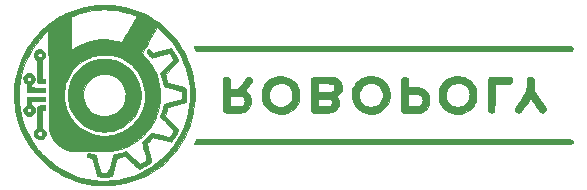
<source format=gbr>
%TF.GenerationSoftware,KiCad,Pcbnew,5.1.9-73d0e3b20d~88~ubuntu20.04.1*%
%TF.CreationDate,2021-04-10T15:21:01+02:00*%
%TF.ProjectId,pcb_central_unit,7063625f-6365-46e7-9472-616c5f756e69,rev?*%
%TF.SameCoordinates,Original*%
%TF.FileFunction,Legend,Bot*%
%TF.FilePolarity,Positive*%
%FSLAX46Y46*%
G04 Gerber Fmt 4.6, Leading zero omitted, Abs format (unit mm)*
G04 Created by KiCad (PCBNEW 5.1.9-73d0e3b20d~88~ubuntu20.04.1) date 2021-04-10 15:21:01*
%MOMM*%
%LPD*%
G01*
G04 APERTURE LIST*
%ADD10C,0.010000*%
G04 APERTURE END LIST*
D10*
%TO.C,REF\u002A\u002A*%
G36*
X68839034Y-97653386D02*
G01*
X69185605Y-97595010D01*
X69525125Y-97496990D01*
X69839417Y-97366338D01*
X70155136Y-97191143D01*
X70444168Y-96984047D01*
X70704818Y-96747316D01*
X70935391Y-96483220D01*
X71134189Y-96194025D01*
X71299519Y-95882001D01*
X71429683Y-95549415D01*
X71522987Y-95198535D01*
X71544197Y-95086197D01*
X71583150Y-94737341D01*
X71581582Y-94392337D01*
X71541289Y-94053918D01*
X71464068Y-93724819D01*
X71351717Y-93407774D01*
X71206031Y-93105520D01*
X71028810Y-92820791D01*
X70821848Y-92556321D01*
X70586943Y-92314845D01*
X70325893Y-92099099D01*
X70040494Y-91911817D01*
X69732543Y-91755734D01*
X69403838Y-91633584D01*
X69246750Y-91589692D01*
X69005222Y-91542367D01*
X68740483Y-91513839D01*
X68467564Y-91504752D01*
X68201499Y-91515751D01*
X68019083Y-91537012D01*
X67674831Y-91610582D01*
X67348243Y-91720672D01*
X67041032Y-91864630D01*
X66754906Y-92039802D01*
X66491576Y-92243537D01*
X66252753Y-92473182D01*
X66040146Y-92726084D01*
X65855466Y-92999592D01*
X65700423Y-93291053D01*
X65576727Y-93597814D01*
X65486089Y-93917224D01*
X65430218Y-94246628D01*
X65413498Y-94536990D01*
X66704228Y-94536990D01*
X66728186Y-94289525D01*
X66785983Y-94047166D01*
X66877296Y-93813800D01*
X67001802Y-93593312D01*
X67159177Y-93389591D01*
X67349096Y-93206522D01*
X67525396Y-93076802D01*
X67679420Y-92989531D01*
X67853940Y-92911260D01*
X68029417Y-92850187D01*
X68122793Y-92826124D01*
X68227048Y-92810396D01*
X68358506Y-92800647D01*
X68502435Y-92797064D01*
X68644102Y-92799836D01*
X68768776Y-92809151D01*
X68824821Y-92817142D01*
X69081222Y-92883941D01*
X69322511Y-92987945D01*
X69545129Y-93125635D01*
X69745522Y-93293493D01*
X69920134Y-93487997D01*
X70065408Y-93705631D01*
X70177788Y-93942873D01*
X70253719Y-94196206D01*
X70262645Y-94240084D01*
X70292997Y-94511867D01*
X70282461Y-94784768D01*
X70231983Y-95053419D01*
X70142510Y-95312454D01*
X70036961Y-95520291D01*
X69969345Y-95618199D01*
X69876826Y-95729632D01*
X69769447Y-95844221D01*
X69657251Y-95951596D01*
X69550282Y-96041390D01*
X69491708Y-96083219D01*
X69249975Y-96216776D01*
X68997904Y-96311085D01*
X68739435Y-96366454D01*
X68478509Y-96383190D01*
X68219066Y-96361600D01*
X67965046Y-96301993D01*
X67720390Y-96204675D01*
X67489037Y-96069955D01*
X67289255Y-95911352D01*
X67103373Y-95714871D01*
X66953274Y-95500176D01*
X66838634Y-95271154D01*
X66759129Y-95031691D01*
X66714435Y-94785674D01*
X66704228Y-94536990D01*
X65413498Y-94536990D01*
X65410826Y-94583377D01*
X65429622Y-94924815D01*
X65488316Y-95268293D01*
X65523738Y-95407049D01*
X65628397Y-95723478D01*
X65758822Y-96012493D01*
X65919249Y-96281278D01*
X66113914Y-96537019D01*
X66324198Y-96764273D01*
X66506300Y-96936113D01*
X66681511Y-97079322D01*
X66862247Y-97202944D01*
X67060923Y-97316024D01*
X67130083Y-97351344D01*
X67456339Y-97490874D01*
X67794066Y-97590864D01*
X68139561Y-97651293D01*
X68489118Y-97672140D01*
X68839034Y-97653386D01*
G37*
X68839034Y-97653386D02*
X69185605Y-97595010D01*
X69525125Y-97496990D01*
X69839417Y-97366338D01*
X70155136Y-97191143D01*
X70444168Y-96984047D01*
X70704818Y-96747316D01*
X70935391Y-96483220D01*
X71134189Y-96194025D01*
X71299519Y-95882001D01*
X71429683Y-95549415D01*
X71522987Y-95198535D01*
X71544197Y-95086197D01*
X71583150Y-94737341D01*
X71581582Y-94392337D01*
X71541289Y-94053918D01*
X71464068Y-93724819D01*
X71351717Y-93407774D01*
X71206031Y-93105520D01*
X71028810Y-92820791D01*
X70821848Y-92556321D01*
X70586943Y-92314845D01*
X70325893Y-92099099D01*
X70040494Y-91911817D01*
X69732543Y-91755734D01*
X69403838Y-91633584D01*
X69246750Y-91589692D01*
X69005222Y-91542367D01*
X68740483Y-91513839D01*
X68467564Y-91504752D01*
X68201499Y-91515751D01*
X68019083Y-91537012D01*
X67674831Y-91610582D01*
X67348243Y-91720672D01*
X67041032Y-91864630D01*
X66754906Y-92039802D01*
X66491576Y-92243537D01*
X66252753Y-92473182D01*
X66040146Y-92726084D01*
X65855466Y-92999592D01*
X65700423Y-93291053D01*
X65576727Y-93597814D01*
X65486089Y-93917224D01*
X65430218Y-94246628D01*
X65413498Y-94536990D01*
X66704228Y-94536990D01*
X66728186Y-94289525D01*
X66785983Y-94047166D01*
X66877296Y-93813800D01*
X67001802Y-93593312D01*
X67159177Y-93389591D01*
X67349096Y-93206522D01*
X67525396Y-93076802D01*
X67679420Y-92989531D01*
X67853940Y-92911260D01*
X68029417Y-92850187D01*
X68122793Y-92826124D01*
X68227048Y-92810396D01*
X68358506Y-92800647D01*
X68502435Y-92797064D01*
X68644102Y-92799836D01*
X68768776Y-92809151D01*
X68824821Y-92817142D01*
X69081222Y-92883941D01*
X69322511Y-92987945D01*
X69545129Y-93125635D01*
X69745522Y-93293493D01*
X69920134Y-93487997D01*
X70065408Y-93705631D01*
X70177788Y-93942873D01*
X70253719Y-94196206D01*
X70262645Y-94240084D01*
X70292997Y-94511867D01*
X70282461Y-94784768D01*
X70231983Y-95053419D01*
X70142510Y-95312454D01*
X70036961Y-95520291D01*
X69969345Y-95618199D01*
X69876826Y-95729632D01*
X69769447Y-95844221D01*
X69657251Y-95951596D01*
X69550282Y-96041390D01*
X69491708Y-96083219D01*
X69249975Y-96216776D01*
X68997904Y-96311085D01*
X68739435Y-96366454D01*
X68478509Y-96383190D01*
X68219066Y-96361600D01*
X67965046Y-96301993D01*
X67720390Y-96204675D01*
X67489037Y-96069955D01*
X67289255Y-95911352D01*
X67103373Y-95714871D01*
X66953274Y-95500176D01*
X66838634Y-95271154D01*
X66759129Y-95031691D01*
X66714435Y-94785674D01*
X66704228Y-94536990D01*
X65413498Y-94536990D01*
X65410826Y-94583377D01*
X65429622Y-94924815D01*
X65488316Y-95268293D01*
X65523738Y-95407049D01*
X65628397Y-95723478D01*
X65758822Y-96012493D01*
X65919249Y-96281278D01*
X66113914Y-96537019D01*
X66324198Y-96764273D01*
X66506300Y-96936113D01*
X66681511Y-97079322D01*
X66862247Y-97202944D01*
X67060923Y-97316024D01*
X67130083Y-97351344D01*
X67456339Y-97490874D01*
X67794066Y-97590864D01*
X68139561Y-97651293D01*
X68489118Y-97672140D01*
X68839034Y-97653386D01*
G36*
X63137920Y-98305865D02*
G01*
X63261969Y-98259483D01*
X63371100Y-98180162D01*
X63401930Y-98147391D01*
X63475094Y-98031681D01*
X63512687Y-97903296D01*
X63515679Y-97770459D01*
X63485039Y-97641393D01*
X63421738Y-97524322D01*
X63326746Y-97427467D01*
X63316085Y-97419599D01*
X63227420Y-97356083D01*
X63226127Y-96609958D01*
X63224833Y-95863833D01*
X63478833Y-95863833D01*
X63478833Y-95461667D01*
X63215874Y-95461667D01*
X63105505Y-95462114D01*
X63028695Y-95464430D01*
X62976670Y-95470083D01*
X62940660Y-95480536D01*
X62911890Y-95497255D01*
X62887791Y-95516465D01*
X62822667Y-95571263D01*
X62821863Y-96463673D01*
X62821060Y-97356083D01*
X62738016Y-97413507D01*
X62635496Y-97504723D01*
X62568980Y-97614042D01*
X62535282Y-97747194D01*
X62531619Y-97784792D01*
X62531733Y-97821750D01*
X62801500Y-97821750D01*
X62820881Y-97739753D01*
X62871887Y-97668243D01*
X62943808Y-97617927D01*
X63023750Y-97599500D01*
X63085829Y-97608379D01*
X63140693Y-97640787D01*
X63174033Y-97671467D01*
X63222920Y-97730016D01*
X63243555Y-97785919D01*
X63246000Y-97821750D01*
X63226618Y-97903747D01*
X63175613Y-97975258D01*
X63103692Y-98025573D01*
X63023750Y-98044000D01*
X62941753Y-98024619D01*
X62870242Y-97973613D01*
X62819927Y-97901692D01*
X62801500Y-97821750D01*
X62531733Y-97821750D01*
X62532004Y-97908533D01*
X62556574Y-98009820D01*
X62610381Y-98103965D01*
X62655260Y-98159378D01*
X62757623Y-98246063D01*
X62877611Y-98299285D01*
X63007089Y-98319175D01*
X63137920Y-98305865D01*
G37*
X63137920Y-98305865D02*
X63261969Y-98259483D01*
X63371100Y-98180162D01*
X63401930Y-98147391D01*
X63475094Y-98031681D01*
X63512687Y-97903296D01*
X63515679Y-97770459D01*
X63485039Y-97641393D01*
X63421738Y-97524322D01*
X63326746Y-97427467D01*
X63316085Y-97419599D01*
X63227420Y-97356083D01*
X63226127Y-96609958D01*
X63224833Y-95863833D01*
X63478833Y-95863833D01*
X63478833Y-95461667D01*
X63215874Y-95461667D01*
X63105505Y-95462114D01*
X63028695Y-95464430D01*
X62976670Y-95470083D01*
X62940660Y-95480536D01*
X62911890Y-95497255D01*
X62887791Y-95516465D01*
X62822667Y-95571263D01*
X62821863Y-96463673D01*
X62821060Y-97356083D01*
X62738016Y-97413507D01*
X62635496Y-97504723D01*
X62568980Y-97614042D01*
X62535282Y-97747194D01*
X62531619Y-97784792D01*
X62531733Y-97821750D01*
X62801500Y-97821750D01*
X62820881Y-97739753D01*
X62871887Y-97668243D01*
X62943808Y-97617927D01*
X63023750Y-97599500D01*
X63085829Y-97608379D01*
X63140693Y-97640787D01*
X63174033Y-97671467D01*
X63222920Y-97730016D01*
X63243555Y-97785919D01*
X63246000Y-97821750D01*
X63226618Y-97903747D01*
X63175613Y-97975258D01*
X63103692Y-98025573D01*
X63023750Y-98044000D01*
X62941753Y-98024619D01*
X62870242Y-97973613D01*
X62819927Y-97901692D01*
X62801500Y-97821750D01*
X62531733Y-97821750D01*
X62532004Y-97908533D01*
X62556574Y-98009820D01*
X62610381Y-98103965D01*
X62655260Y-98159378D01*
X62757623Y-98246063D01*
X62877611Y-98299285D01*
X63007089Y-98319175D01*
X63137920Y-98305865D01*
G36*
X62260576Y-96321450D02*
G01*
X62374834Y-96269911D01*
X62473025Y-96188628D01*
X62548386Y-96079300D01*
X62581902Y-95994080D01*
X62603100Y-95853039D01*
X62584027Y-95718936D01*
X62526576Y-95597360D01*
X62432636Y-95493898D01*
X62405627Y-95472932D01*
X62358770Y-95437323D01*
X62332242Y-95407078D01*
X62320113Y-95368530D01*
X62316456Y-95308011D01*
X62315960Y-95266215D01*
X62314667Y-95123681D01*
X62891458Y-95118049D01*
X63468250Y-95112417D01*
X63468250Y-94710250D01*
X62780333Y-94705634D01*
X62578136Y-94704676D01*
X62414308Y-94704871D01*
X62284895Y-94706343D01*
X62185945Y-94709215D01*
X62113506Y-94713610D01*
X62063626Y-94719652D01*
X62032351Y-94727463D01*
X62028403Y-94729062D01*
X61984883Y-94754258D01*
X61953490Y-94790223D01*
X61932393Y-94843488D01*
X61919759Y-94920584D01*
X61913758Y-95028042D01*
X61912500Y-95142284D01*
X61912500Y-95413576D01*
X61828534Y-95471765D01*
X61735454Y-95560247D01*
X61673238Y-95670079D01*
X61642458Y-95793040D01*
X61643243Y-95874994D01*
X61912500Y-95874994D01*
X61925689Y-95804410D01*
X61958893Y-95733814D01*
X62002564Y-95682195D01*
X62013041Y-95675029D01*
X62086061Y-95654211D01*
X62168370Y-95662592D01*
X62239309Y-95697280D01*
X62302948Y-95767746D01*
X62325428Y-95847332D01*
X62313682Y-95919733D01*
X62270106Y-95997568D01*
X62201005Y-96042019D01*
X62117829Y-96054333D01*
X62041325Y-96037548D01*
X61973970Y-95993909D01*
X61927299Y-95933494D01*
X61912500Y-95874994D01*
X61643243Y-95874994D01*
X61643684Y-95920907D01*
X61677489Y-96045459D01*
X61744445Y-96158473D01*
X61778162Y-96196147D01*
X61889046Y-96280592D01*
X62010918Y-96328491D01*
X62137017Y-96341543D01*
X62260576Y-96321450D01*
G37*
X62260576Y-96321450D02*
X62374834Y-96269911D01*
X62473025Y-96188628D01*
X62548386Y-96079300D01*
X62581902Y-95994080D01*
X62603100Y-95853039D01*
X62584027Y-95718936D01*
X62526576Y-95597360D01*
X62432636Y-95493898D01*
X62405627Y-95472932D01*
X62358770Y-95437323D01*
X62332242Y-95407078D01*
X62320113Y-95368530D01*
X62316456Y-95308011D01*
X62315960Y-95266215D01*
X62314667Y-95123681D01*
X62891458Y-95118049D01*
X63468250Y-95112417D01*
X63468250Y-94710250D01*
X62780333Y-94705634D01*
X62578136Y-94704676D01*
X62414308Y-94704871D01*
X62284895Y-94706343D01*
X62185945Y-94709215D01*
X62113506Y-94713610D01*
X62063626Y-94719652D01*
X62032351Y-94727463D01*
X62028403Y-94729062D01*
X61984883Y-94754258D01*
X61953490Y-94790223D01*
X61932393Y-94843488D01*
X61919759Y-94920584D01*
X61913758Y-95028042D01*
X61912500Y-95142284D01*
X61912500Y-95413576D01*
X61828534Y-95471765D01*
X61735454Y-95560247D01*
X61673238Y-95670079D01*
X61642458Y-95793040D01*
X61643243Y-95874994D01*
X61912500Y-95874994D01*
X61925689Y-95804410D01*
X61958893Y-95733814D01*
X62002564Y-95682195D01*
X62013041Y-95675029D01*
X62086061Y-95654211D01*
X62168370Y-95662592D01*
X62239309Y-95697280D01*
X62302948Y-95767746D01*
X62325428Y-95847332D01*
X62313682Y-95919733D01*
X62270106Y-95997568D01*
X62201005Y-96042019D01*
X62117829Y-96054333D01*
X62041325Y-96037548D01*
X61973970Y-95993909D01*
X61927299Y-95933494D01*
X61912500Y-95874994D01*
X61643243Y-95874994D01*
X61643684Y-95920907D01*
X61677489Y-96045459D01*
X61744445Y-96158473D01*
X61778162Y-96196147D01*
X61889046Y-96280592D01*
X62010918Y-96328491D01*
X62137017Y-96341543D01*
X62260576Y-96321450D01*
G36*
X62658965Y-94357097D02*
G01*
X62784154Y-94356004D01*
X63468250Y-94350417D01*
X63468250Y-93948250D01*
X62891458Y-93942618D01*
X62314667Y-93936986D01*
X62314667Y-93790586D01*
X62316203Y-93711760D01*
X62322532Y-93665306D01*
X62336233Y-93641318D01*
X62356246Y-93630989D01*
X62392420Y-93608420D01*
X62442503Y-93563887D01*
X62481326Y-93522930D01*
X62557345Y-93409098D01*
X62596111Y-93288824D01*
X62601008Y-93167539D01*
X62575418Y-93050671D01*
X62522726Y-92943651D01*
X62446314Y-92851905D01*
X62349564Y-92780865D01*
X62235861Y-92735959D01*
X62108587Y-92722616D01*
X61993368Y-92739850D01*
X61868488Y-92793828D01*
X61765283Y-92879766D01*
X61689185Y-92990531D01*
X61645626Y-93118989D01*
X61637333Y-93207417D01*
X61923083Y-93207417D01*
X61928038Y-93138841D01*
X61947906Y-93092987D01*
X61982472Y-93057417D01*
X62062635Y-93014501D01*
X62153627Y-93010577D01*
X62217400Y-93030433D01*
X62268350Y-93072191D01*
X62307843Y-93136660D01*
X62326925Y-93206029D01*
X62324588Y-93243646D01*
X62284905Y-93325431D01*
X62220772Y-93380910D01*
X62142148Y-93406768D01*
X62058995Y-93399694D01*
X61982472Y-93357416D01*
X61943858Y-93315949D01*
X61926588Y-93268003D01*
X61923083Y-93207417D01*
X61637333Y-93207417D01*
X61654368Y-93326400D01*
X61700830Y-93442674D01*
X61769751Y-93542195D01*
X61830120Y-93596109D01*
X61910893Y-93651917D01*
X61911697Y-93920796D01*
X61911853Y-94029880D01*
X61914145Y-94119384D01*
X61922380Y-94191206D01*
X61940364Y-94247245D01*
X61971903Y-94289401D01*
X62020804Y-94319570D01*
X62090874Y-94339654D01*
X62185918Y-94351549D01*
X62309744Y-94357156D01*
X62466158Y-94358372D01*
X62658965Y-94357097D01*
G37*
X62658965Y-94357097D02*
X62784154Y-94356004D01*
X63468250Y-94350417D01*
X63468250Y-93948250D01*
X62891458Y-93942618D01*
X62314667Y-93936986D01*
X62314667Y-93790586D01*
X62316203Y-93711760D01*
X62322532Y-93665306D01*
X62336233Y-93641318D01*
X62356246Y-93630989D01*
X62392420Y-93608420D01*
X62442503Y-93563887D01*
X62481326Y-93522930D01*
X62557345Y-93409098D01*
X62596111Y-93288824D01*
X62601008Y-93167539D01*
X62575418Y-93050671D01*
X62522726Y-92943651D01*
X62446314Y-92851905D01*
X62349564Y-92780865D01*
X62235861Y-92735959D01*
X62108587Y-92722616D01*
X61993368Y-92739850D01*
X61868488Y-92793828D01*
X61765283Y-92879766D01*
X61689185Y-92990531D01*
X61645626Y-93118989D01*
X61637333Y-93207417D01*
X61923083Y-93207417D01*
X61928038Y-93138841D01*
X61947906Y-93092987D01*
X61982472Y-93057417D01*
X62062635Y-93014501D01*
X62153627Y-93010577D01*
X62217400Y-93030433D01*
X62268350Y-93072191D01*
X62307843Y-93136660D01*
X62326925Y-93206029D01*
X62324588Y-93243646D01*
X62284905Y-93325431D01*
X62220772Y-93380910D01*
X62142148Y-93406768D01*
X62058995Y-93399694D01*
X61982472Y-93357416D01*
X61943858Y-93315949D01*
X61926588Y-93268003D01*
X61923083Y-93207417D01*
X61637333Y-93207417D01*
X61654368Y-93326400D01*
X61700830Y-93442674D01*
X61769751Y-93542195D01*
X61830120Y-93596109D01*
X61910893Y-93651917D01*
X61911697Y-93920796D01*
X61911853Y-94029880D01*
X61914145Y-94119384D01*
X61922380Y-94191206D01*
X61940364Y-94247245D01*
X61971903Y-94289401D01*
X62020804Y-94319570D01*
X62090874Y-94339654D01*
X62185918Y-94351549D01*
X62309744Y-94357156D01*
X62466158Y-94358372D01*
X62658965Y-94357097D01*
G36*
X63478833Y-93196833D02*
G01*
X63224833Y-93196833D01*
X63224833Y-91648024D01*
X63339342Y-91538721D01*
X63423174Y-91445465D01*
X63473410Y-91352087D01*
X63496265Y-91244069D01*
X63499417Y-91164833D01*
X63478906Y-91040132D01*
X63422604Y-90922466D01*
X63336990Y-90821174D01*
X63228543Y-90745594D01*
X63199055Y-90731990D01*
X63095654Y-90705935D01*
X62979455Y-90702784D01*
X62871601Y-90722505D01*
X62844770Y-90732555D01*
X62714548Y-90806976D01*
X62621041Y-90902083D01*
X62563186Y-91019456D01*
X62539920Y-91160680D01*
X62539356Y-91186000D01*
X62813045Y-91186000D01*
X62819610Y-91120085D01*
X62846049Y-91071340D01*
X62881690Y-91035667D01*
X62958656Y-90986402D01*
X63037646Y-90978052D01*
X63119423Y-91006303D01*
X63185610Y-91059860D01*
X63219509Y-91128688D01*
X63223731Y-91204092D01*
X63200886Y-91277379D01*
X63153585Y-91339856D01*
X63084437Y-91382827D01*
X63001921Y-91397667D01*
X62954084Y-91383920D01*
X62897793Y-91349624D01*
X62881690Y-91336333D01*
X62835374Y-91286439D01*
X62815998Y-91234847D01*
X62813045Y-91186000D01*
X62539356Y-91186000D01*
X62539327Y-91187288D01*
X62542894Y-91276687D01*
X62557710Y-91344507D01*
X62588697Y-91411023D01*
X62597229Y-91425887D01*
X62648431Y-91496061D01*
X62711050Y-91559367D01*
X62739170Y-91580870D01*
X62822667Y-91636126D01*
X62822667Y-93489404D01*
X62887791Y-93544202D01*
X62917136Y-93567091D01*
X62946595Y-93582524D01*
X62984940Y-93591965D01*
X63040943Y-93596881D01*
X63123377Y-93598735D01*
X63215874Y-93599000D01*
X63478833Y-93599000D01*
X63478833Y-93196833D01*
G37*
X63478833Y-93196833D02*
X63224833Y-93196833D01*
X63224833Y-91648024D01*
X63339342Y-91538721D01*
X63423174Y-91445465D01*
X63473410Y-91352087D01*
X63496265Y-91244069D01*
X63499417Y-91164833D01*
X63478906Y-91040132D01*
X63422604Y-90922466D01*
X63336990Y-90821174D01*
X63228543Y-90745594D01*
X63199055Y-90731990D01*
X63095654Y-90705935D01*
X62979455Y-90702784D01*
X62871601Y-90722505D01*
X62844770Y-90732555D01*
X62714548Y-90806976D01*
X62621041Y-90902083D01*
X62563186Y-91019456D01*
X62539920Y-91160680D01*
X62539356Y-91186000D01*
X62813045Y-91186000D01*
X62819610Y-91120085D01*
X62846049Y-91071340D01*
X62881690Y-91035667D01*
X62958656Y-90986402D01*
X63037646Y-90978052D01*
X63119423Y-91006303D01*
X63185610Y-91059860D01*
X63219509Y-91128688D01*
X63223731Y-91204092D01*
X63200886Y-91277379D01*
X63153585Y-91339856D01*
X63084437Y-91382827D01*
X63001921Y-91397667D01*
X62954084Y-91383920D01*
X62897793Y-91349624D01*
X62881690Y-91336333D01*
X62835374Y-91286439D01*
X62815998Y-91234847D01*
X62813045Y-91186000D01*
X62539356Y-91186000D01*
X62539327Y-91187288D01*
X62542894Y-91276687D01*
X62557710Y-91344507D01*
X62588697Y-91411023D01*
X62597229Y-91425887D01*
X62648431Y-91496061D01*
X62711050Y-91559367D01*
X62739170Y-91580870D01*
X62822667Y-91636126D01*
X62822667Y-93489404D01*
X62887791Y-93544202D01*
X62917136Y-93567091D01*
X62946595Y-93582524D01*
X62984940Y-93591965D01*
X63040943Y-93596881D01*
X63123377Y-93598735D01*
X63215874Y-93599000D01*
X63478833Y-93599000D01*
X63478833Y-93196833D01*
G36*
X68683029Y-101484951D02*
G01*
X68809595Y-101480781D01*
X68931040Y-101474316D01*
X69016794Y-101467722D01*
X69073489Y-101459934D01*
X69107756Y-101449887D01*
X69126228Y-101436517D01*
X69131137Y-101429165D01*
X69141270Y-101400518D01*
X69161031Y-101335995D01*
X69188991Y-101240584D01*
X69223717Y-101119274D01*
X69263781Y-100977050D01*
X69307750Y-100818902D01*
X69344207Y-100686349D01*
X69389935Y-100519353D01*
X69432378Y-100364453D01*
X69470176Y-100226609D01*
X69501966Y-100110781D01*
X69526387Y-100021931D01*
X69542078Y-99965020D01*
X69547414Y-99945878D01*
X69568979Y-99923998D01*
X69623643Y-99900856D01*
X69715157Y-99875020D01*
X69761943Y-99863835D01*
X69873390Y-99836291D01*
X69991210Y-99804230D01*
X70094858Y-99773320D01*
X70122208Y-99764420D01*
X70278000Y-99712178D01*
X70778375Y-100209229D01*
X70901773Y-100331491D01*
X71018882Y-100446923D01*
X71125472Y-100551403D01*
X71217315Y-100640807D01*
X71290183Y-100711014D01*
X71339848Y-100757901D01*
X71356708Y-100773089D01*
X71434666Y-100839897D01*
X71604012Y-100754752D01*
X71725586Y-100691360D01*
X71853444Y-100620735D01*
X71982226Y-100546257D01*
X72106569Y-100471307D01*
X72221114Y-100399264D01*
X72320498Y-100333510D01*
X72399361Y-100277424D01*
X72452342Y-100234388D01*
X72474080Y-100207781D01*
X72474334Y-100205964D01*
X72469220Y-100175565D01*
X72455000Y-100113009D01*
X72433756Y-100026966D01*
X72407572Y-99926107D01*
X72403184Y-99909630D01*
X72371988Y-99792378D01*
X72336171Y-99656948D01*
X72297516Y-99510165D01*
X72257806Y-99358850D01*
X72218823Y-99209828D01*
X72182350Y-99069921D01*
X72150171Y-98945952D01*
X72124068Y-98844744D01*
X72105825Y-98773120D01*
X72098939Y-98745299D01*
X72093776Y-98718757D01*
X72094994Y-98694534D01*
X72106467Y-98667405D01*
X72132069Y-98632142D01*
X72175674Y-98583519D01*
X72241156Y-98516307D01*
X72332390Y-98425281D01*
X72346541Y-98411230D01*
X72611240Y-98148445D01*
X72781078Y-98189346D01*
X72846983Y-98205543D01*
X72946571Y-98230445D01*
X73072530Y-98262202D01*
X73217547Y-98298965D01*
X73374309Y-98338884D01*
X73535503Y-98380112D01*
X73537175Y-98380540D01*
X73688823Y-98419218D01*
X73827499Y-98454209D01*
X73947803Y-98484179D01*
X74044335Y-98507798D01*
X74111694Y-98523731D01*
X74144482Y-98530649D01*
X74146343Y-98530833D01*
X74169830Y-98513017D01*
X74209721Y-98463225D01*
X74262698Y-98386942D01*
X74325448Y-98289652D01*
X74394654Y-98176841D01*
X74467000Y-98053992D01*
X74539172Y-97926591D01*
X74607854Y-97800123D01*
X74669729Y-97680071D01*
X74706755Y-97603774D01*
X74769261Y-97470804D01*
X74205140Y-96905444D01*
X73641020Y-96340083D01*
X73701191Y-96134208D01*
X73732355Y-96023426D01*
X73763505Y-95905772D01*
X73789416Y-95801193D01*
X73796690Y-95769537D01*
X73832019Y-95610742D01*
X73920634Y-95587382D01*
X74015439Y-95561979D01*
X74133053Y-95529817D01*
X74268016Y-95492451D01*
X74414870Y-95451431D01*
X74568157Y-95408313D01*
X74722416Y-95364648D01*
X74872190Y-95321990D01*
X75012019Y-95281892D01*
X75136445Y-95245907D01*
X75240009Y-95215588D01*
X75317251Y-95192488D01*
X75362714Y-95178160D01*
X75372637Y-95174286D01*
X75377514Y-95149112D01*
X75381763Y-95088519D01*
X75385331Y-94999418D01*
X75388169Y-94888718D01*
X75390225Y-94763332D01*
X75391449Y-94630169D01*
X75391791Y-94496140D01*
X75391198Y-94368155D01*
X75389622Y-94253126D01*
X75387010Y-94157961D01*
X75383312Y-94089573D01*
X75380775Y-94065727D01*
X75363639Y-93950370D01*
X75152111Y-93893250D01*
X74982198Y-93847191D01*
X74807937Y-93799635D01*
X74634156Y-93751927D01*
X74465685Y-93705416D01*
X74307351Y-93661447D01*
X74163982Y-93621368D01*
X74040408Y-93586524D01*
X73941455Y-93558264D01*
X73871954Y-93537933D01*
X73836731Y-93526878D01*
X73833370Y-93525426D01*
X73825273Y-93502798D01*
X73809783Y-93448124D01*
X73789405Y-93370521D01*
X73774088Y-93309529D01*
X73746018Y-93200092D01*
X73715179Y-93086566D01*
X73686766Y-92987876D01*
X73677370Y-92957197D01*
X73631985Y-92812811D01*
X73853548Y-92586781D01*
X74040747Y-92395697D01*
X74200295Y-92232564D01*
X74334273Y-92095201D01*
X74444765Y-91981426D01*
X74533854Y-91889057D01*
X74603622Y-91815914D01*
X74656153Y-91759814D01*
X74693528Y-91718576D01*
X74717831Y-91690019D01*
X74731145Y-91671962D01*
X74735396Y-91663153D01*
X74728552Y-91629304D01*
X74702611Y-91565412D01*
X74660807Y-91477396D01*
X74606376Y-91371177D01*
X74542551Y-91252675D01*
X74472568Y-91127812D01*
X74399660Y-91002506D01*
X74327062Y-90882679D01*
X74258008Y-90774251D01*
X74214518Y-90709750D01*
X74180979Y-90666236D01*
X74146935Y-90638530D01*
X74104663Y-90626031D01*
X74046436Y-90628140D01*
X73964532Y-90644255D01*
X73851226Y-90673774D01*
X73829333Y-90679793D01*
X73743736Y-90703189D01*
X73626426Y-90734929D01*
X73486620Y-90772538D01*
X73333531Y-90813538D01*
X73176375Y-90855455D01*
X73099083Y-90876001D01*
X72591083Y-91010875D01*
X72475321Y-90883799D01*
X72387141Y-90795100D01*
X72313265Y-90740552D01*
X72247822Y-90717092D01*
X72184942Y-90721653D01*
X72172309Y-90725605D01*
X72114310Y-90766049D01*
X72075827Y-90831601D01*
X72065295Y-90906511D01*
X72067356Y-90921610D01*
X72084702Y-90956521D01*
X72124109Y-91011837D01*
X72179532Y-91080886D01*
X72244921Y-91156994D01*
X72314230Y-91233490D01*
X72381410Y-91303702D01*
X72440414Y-91360958D01*
X72485194Y-91398585D01*
X72509703Y-91409912D01*
X72509899Y-91409843D01*
X72539701Y-91400796D01*
X72602238Y-91383359D01*
X72689267Y-91359782D01*
X72792547Y-91332314D01*
X72829109Y-91322696D01*
X72943907Y-91292540D01*
X73087203Y-91254833D01*
X73246570Y-91212851D01*
X73409579Y-91169867D01*
X73561306Y-91129814D01*
X73691076Y-91095913D01*
X73806291Y-91066537D01*
X73900950Y-91043157D01*
X73969055Y-91027243D01*
X74004606Y-91020264D01*
X74008350Y-91020278D01*
X74026568Y-91047374D01*
X74059363Y-91101474D01*
X74102421Y-91174949D01*
X74151425Y-91260166D01*
X74202060Y-91349496D01*
X74250010Y-91435306D01*
X74290959Y-91509967D01*
X74320591Y-91565846D01*
X74334590Y-91595313D01*
X74335048Y-91597936D01*
X74318338Y-91615097D01*
X74276711Y-91657728D01*
X74214850Y-91721033D01*
X74137442Y-91800220D01*
X74049169Y-91890496D01*
X74040813Y-91899040D01*
X73926690Y-92015774D01*
X73799197Y-92146253D01*
X73670398Y-92278124D01*
X73552359Y-92399035D01*
X73495251Y-92457562D01*
X73235627Y-92723707D01*
X73321318Y-92980002D01*
X73360394Y-93106154D01*
X73401591Y-93254558D01*
X73439731Y-93405765D01*
X73467066Y-93527683D01*
X73493187Y-93649248D01*
X73514520Y-93734962D01*
X73532995Y-93790772D01*
X73550544Y-93822624D01*
X73567103Y-93835704D01*
X73596420Y-93845016D01*
X73661605Y-93863938D01*
X73757651Y-93891073D01*
X73879548Y-93925025D01*
X74022289Y-93964397D01*
X74180865Y-94007792D01*
X74314392Y-94044095D01*
X74480759Y-94089369D01*
X74634209Y-94131456D01*
X74769935Y-94169013D01*
X74883128Y-94200696D01*
X74968982Y-94225159D01*
X75022689Y-94241061D01*
X75039351Y-94246757D01*
X75045437Y-94270626D01*
X75050615Y-94329281D01*
X75054491Y-94415179D01*
X75056669Y-94520776D01*
X75057000Y-94583819D01*
X75057000Y-94909973D01*
X74882375Y-94961893D01*
X74797022Y-94986823D01*
X74683902Y-95019230D01*
X74556078Y-95055403D01*
X74426610Y-95091629D01*
X74390250Y-95101718D01*
X74183588Y-95159107D01*
X74000350Y-95210336D01*
X73843443Y-95254575D01*
X73715775Y-95290995D01*
X73620253Y-95318767D01*
X73559786Y-95337062D01*
X73537304Y-95345026D01*
X73530925Y-95366733D01*
X73518023Y-95421893D01*
X73500402Y-95502456D01*
X73479866Y-95600369D01*
X73477357Y-95612585D01*
X73448391Y-95739551D01*
X73410126Y-95887239D01*
X73367723Y-96036584D01*
X73329546Y-96158886D01*
X73235403Y-96443356D01*
X73675243Y-96888655D01*
X73786835Y-97001664D01*
X73888718Y-97104899D01*
X73977108Y-97194525D01*
X74048224Y-97266703D01*
X74098285Y-97317597D01*
X74123507Y-97343370D01*
X74125667Y-97345632D01*
X74144572Y-97365801D01*
X74184270Y-97407785D01*
X74236378Y-97462723D01*
X74239426Y-97465932D01*
X74342602Y-97574554D01*
X74273846Y-97698152D01*
X74186317Y-97853023D01*
X74115762Y-97972121D01*
X74060640Y-98057742D01*
X74019411Y-98112185D01*
X73990536Y-98137746D01*
X73977669Y-98139963D01*
X73949303Y-98132367D01*
X73885635Y-98115789D01*
X73792383Y-98091702D01*
X73675266Y-98061581D01*
X73540004Y-98026899D01*
X73395417Y-97989922D01*
X73237464Y-97949551D01*
X73082503Y-97909894D01*
X72938470Y-97872987D01*
X72813301Y-97840865D01*
X72714936Y-97815564D01*
X72661341Y-97801721D01*
X72477600Y-97754088D01*
X72317192Y-97940723D01*
X72239401Y-98026397D01*
X72141017Y-98127643D01*
X72033789Y-98232716D01*
X71929469Y-98329873D01*
X71913552Y-98344149D01*
X71806826Y-98442039D01*
X71731963Y-98516975D01*
X71689694Y-98568176D01*
X71680181Y-98593512D01*
X71687166Y-98618876D01*
X71702333Y-98675967D01*
X71726007Y-98766031D01*
X71758514Y-98890315D01*
X71800179Y-99050063D01*
X71851327Y-99246524D01*
X71912283Y-99480942D01*
X71983373Y-99754563D01*
X72017099Y-99884434D01*
X72040514Y-99977072D01*
X72053220Y-100037493D01*
X72055847Y-100074264D01*
X72049023Y-100095954D01*
X72033726Y-100110872D01*
X71998442Y-100133921D01*
X71936412Y-100171365D01*
X71856796Y-100217983D01*
X71768757Y-100268550D01*
X71681457Y-100317845D01*
X71604058Y-100360643D01*
X71545722Y-100391723D01*
X71517210Y-100405315D01*
X71499698Y-100401734D01*
X71467769Y-100381390D01*
X71419126Y-100342202D01*
X71351467Y-100282096D01*
X71262494Y-100198991D01*
X71149908Y-100090811D01*
X71011409Y-99955478D01*
X70922935Y-99868302D01*
X70365367Y-99317666D01*
X70123559Y-99399517D01*
X69949472Y-99453594D01*
X69750962Y-99507255D01*
X69545744Y-99556027D01*
X69351533Y-99595439D01*
X69337295Y-99598001D01*
X69286017Y-99611541D01*
X69257529Y-99637333D01*
X69238298Y-99689024D01*
X69235036Y-99701141D01*
X69221547Y-99751021D01*
X69199026Y-99832835D01*
X69169917Y-99937766D01*
X69136664Y-100056998D01*
X69110593Y-100150083D01*
X69069279Y-100298526D01*
X69024198Y-100462505D01*
X68979876Y-100625442D01*
X68940836Y-100770759D01*
X68927923Y-100819444D01*
X68846224Y-101128972D01*
X68664498Y-101139333D01*
X68553463Y-101143109D01*
X68433044Y-101143257D01*
X68328276Y-101139768D01*
X68323063Y-101139445D01*
X68163353Y-101129195D01*
X68135650Y-101020639D01*
X68121033Y-100965431D01*
X68097310Y-100878224D01*
X68066887Y-100767756D01*
X68032171Y-100642766D01*
X67997957Y-100520500D01*
X67957195Y-100375240D01*
X67914397Y-100222488D01*
X67873202Y-100075247D01*
X67837250Y-99946521D01*
X67816902Y-99873498D01*
X67745836Y-99618079D01*
X67444673Y-99557924D01*
X67326393Y-99534648D01*
X67242072Y-99519501D01*
X67184228Y-99511963D01*
X67145379Y-99511512D01*
X67118044Y-99517625D01*
X67094741Y-99529781D01*
X67089508Y-99533152D01*
X67038001Y-99588768D01*
X67016380Y-99659773D01*
X67024882Y-99732864D01*
X67063750Y-99794737D01*
X67084490Y-99811227D01*
X67128387Y-99830668D01*
X67199943Y-99852893D01*
X67285077Y-99873630D01*
X67301220Y-99876968D01*
X67468966Y-99910613D01*
X67519625Y-100093848D01*
X67547335Y-100193676D01*
X67581465Y-100316047D01*
X67616932Y-100442763D01*
X67638764Y-100520500D01*
X67670736Y-100634382D01*
X67709516Y-100772874D01*
X67750580Y-100919798D01*
X67789402Y-101058975D01*
X67795653Y-101081417D01*
X67826832Y-101193324D01*
X67854488Y-101292465D01*
X67876404Y-101370903D01*
X67890363Y-101420700D01*
X67893778Y-101432767D01*
X67904193Y-101446714D01*
X67930419Y-101457353D01*
X67978629Y-101465637D01*
X68054998Y-101472519D01*
X68165702Y-101478952D01*
X68205732Y-101480899D01*
X68351729Y-101485398D01*
X68518073Y-101486747D01*
X68683029Y-101484951D01*
G37*
X68683029Y-101484951D02*
X68809595Y-101480781D01*
X68931040Y-101474316D01*
X69016794Y-101467722D01*
X69073489Y-101459934D01*
X69107756Y-101449887D01*
X69126228Y-101436517D01*
X69131137Y-101429165D01*
X69141270Y-101400518D01*
X69161031Y-101335995D01*
X69188991Y-101240584D01*
X69223717Y-101119274D01*
X69263781Y-100977050D01*
X69307750Y-100818902D01*
X69344207Y-100686349D01*
X69389935Y-100519353D01*
X69432378Y-100364453D01*
X69470176Y-100226609D01*
X69501966Y-100110781D01*
X69526387Y-100021931D01*
X69542078Y-99965020D01*
X69547414Y-99945878D01*
X69568979Y-99923998D01*
X69623643Y-99900856D01*
X69715157Y-99875020D01*
X69761943Y-99863835D01*
X69873390Y-99836291D01*
X69991210Y-99804230D01*
X70094858Y-99773320D01*
X70122208Y-99764420D01*
X70278000Y-99712178D01*
X70778375Y-100209229D01*
X70901773Y-100331491D01*
X71018882Y-100446923D01*
X71125472Y-100551403D01*
X71217315Y-100640807D01*
X71290183Y-100711014D01*
X71339848Y-100757901D01*
X71356708Y-100773089D01*
X71434666Y-100839897D01*
X71604012Y-100754752D01*
X71725586Y-100691360D01*
X71853444Y-100620735D01*
X71982226Y-100546257D01*
X72106569Y-100471307D01*
X72221114Y-100399264D01*
X72320498Y-100333510D01*
X72399361Y-100277424D01*
X72452342Y-100234388D01*
X72474080Y-100207781D01*
X72474334Y-100205964D01*
X72469220Y-100175565D01*
X72455000Y-100113009D01*
X72433756Y-100026966D01*
X72407572Y-99926107D01*
X72403184Y-99909630D01*
X72371988Y-99792378D01*
X72336171Y-99656948D01*
X72297516Y-99510165D01*
X72257806Y-99358850D01*
X72218823Y-99209828D01*
X72182350Y-99069921D01*
X72150171Y-98945952D01*
X72124068Y-98844744D01*
X72105825Y-98773120D01*
X72098939Y-98745299D01*
X72093776Y-98718757D01*
X72094994Y-98694534D01*
X72106467Y-98667405D01*
X72132069Y-98632142D01*
X72175674Y-98583519D01*
X72241156Y-98516307D01*
X72332390Y-98425281D01*
X72346541Y-98411230D01*
X72611240Y-98148445D01*
X72781078Y-98189346D01*
X72846983Y-98205543D01*
X72946571Y-98230445D01*
X73072530Y-98262202D01*
X73217547Y-98298965D01*
X73374309Y-98338884D01*
X73535503Y-98380112D01*
X73537175Y-98380540D01*
X73688823Y-98419218D01*
X73827499Y-98454209D01*
X73947803Y-98484179D01*
X74044335Y-98507798D01*
X74111694Y-98523731D01*
X74144482Y-98530649D01*
X74146343Y-98530833D01*
X74169830Y-98513017D01*
X74209721Y-98463225D01*
X74262698Y-98386942D01*
X74325448Y-98289652D01*
X74394654Y-98176841D01*
X74467000Y-98053992D01*
X74539172Y-97926591D01*
X74607854Y-97800123D01*
X74669729Y-97680071D01*
X74706755Y-97603774D01*
X74769261Y-97470804D01*
X74205140Y-96905444D01*
X73641020Y-96340083D01*
X73701191Y-96134208D01*
X73732355Y-96023426D01*
X73763505Y-95905772D01*
X73789416Y-95801193D01*
X73796690Y-95769537D01*
X73832019Y-95610742D01*
X73920634Y-95587382D01*
X74015439Y-95561979D01*
X74133053Y-95529817D01*
X74268016Y-95492451D01*
X74414870Y-95451431D01*
X74568157Y-95408313D01*
X74722416Y-95364648D01*
X74872190Y-95321990D01*
X75012019Y-95281892D01*
X75136445Y-95245907D01*
X75240009Y-95215588D01*
X75317251Y-95192488D01*
X75362714Y-95178160D01*
X75372637Y-95174286D01*
X75377514Y-95149112D01*
X75381763Y-95088519D01*
X75385331Y-94999418D01*
X75388169Y-94888718D01*
X75390225Y-94763332D01*
X75391449Y-94630169D01*
X75391791Y-94496140D01*
X75391198Y-94368155D01*
X75389622Y-94253126D01*
X75387010Y-94157961D01*
X75383312Y-94089573D01*
X75380775Y-94065727D01*
X75363639Y-93950370D01*
X75152111Y-93893250D01*
X74982198Y-93847191D01*
X74807937Y-93799635D01*
X74634156Y-93751927D01*
X74465685Y-93705416D01*
X74307351Y-93661447D01*
X74163982Y-93621368D01*
X74040408Y-93586524D01*
X73941455Y-93558264D01*
X73871954Y-93537933D01*
X73836731Y-93526878D01*
X73833370Y-93525426D01*
X73825273Y-93502798D01*
X73809783Y-93448124D01*
X73789405Y-93370521D01*
X73774088Y-93309529D01*
X73746018Y-93200092D01*
X73715179Y-93086566D01*
X73686766Y-92987876D01*
X73677370Y-92957197D01*
X73631985Y-92812811D01*
X73853548Y-92586781D01*
X74040747Y-92395697D01*
X74200295Y-92232564D01*
X74334273Y-92095201D01*
X74444765Y-91981426D01*
X74533854Y-91889057D01*
X74603622Y-91815914D01*
X74656153Y-91759814D01*
X74693528Y-91718576D01*
X74717831Y-91690019D01*
X74731145Y-91671962D01*
X74735396Y-91663153D01*
X74728552Y-91629304D01*
X74702611Y-91565412D01*
X74660807Y-91477396D01*
X74606376Y-91371177D01*
X74542551Y-91252675D01*
X74472568Y-91127812D01*
X74399660Y-91002506D01*
X74327062Y-90882679D01*
X74258008Y-90774251D01*
X74214518Y-90709750D01*
X74180979Y-90666236D01*
X74146935Y-90638530D01*
X74104663Y-90626031D01*
X74046436Y-90628140D01*
X73964532Y-90644255D01*
X73851226Y-90673774D01*
X73829333Y-90679793D01*
X73743736Y-90703189D01*
X73626426Y-90734929D01*
X73486620Y-90772538D01*
X73333531Y-90813538D01*
X73176375Y-90855455D01*
X73099083Y-90876001D01*
X72591083Y-91010875D01*
X72475321Y-90883799D01*
X72387141Y-90795100D01*
X72313265Y-90740552D01*
X72247822Y-90717092D01*
X72184942Y-90721653D01*
X72172309Y-90725605D01*
X72114310Y-90766049D01*
X72075827Y-90831601D01*
X72065295Y-90906511D01*
X72067356Y-90921610D01*
X72084702Y-90956521D01*
X72124109Y-91011837D01*
X72179532Y-91080886D01*
X72244921Y-91156994D01*
X72314230Y-91233490D01*
X72381410Y-91303702D01*
X72440414Y-91360958D01*
X72485194Y-91398585D01*
X72509703Y-91409912D01*
X72509899Y-91409843D01*
X72539701Y-91400796D01*
X72602238Y-91383359D01*
X72689267Y-91359782D01*
X72792547Y-91332314D01*
X72829109Y-91322696D01*
X72943907Y-91292540D01*
X73087203Y-91254833D01*
X73246570Y-91212851D01*
X73409579Y-91169867D01*
X73561306Y-91129814D01*
X73691076Y-91095913D01*
X73806291Y-91066537D01*
X73900950Y-91043157D01*
X73969055Y-91027243D01*
X74004606Y-91020264D01*
X74008350Y-91020278D01*
X74026568Y-91047374D01*
X74059363Y-91101474D01*
X74102421Y-91174949D01*
X74151425Y-91260166D01*
X74202060Y-91349496D01*
X74250010Y-91435306D01*
X74290959Y-91509967D01*
X74320591Y-91565846D01*
X74334590Y-91595313D01*
X74335048Y-91597936D01*
X74318338Y-91615097D01*
X74276711Y-91657728D01*
X74214850Y-91721033D01*
X74137442Y-91800220D01*
X74049169Y-91890496D01*
X74040813Y-91899040D01*
X73926690Y-92015774D01*
X73799197Y-92146253D01*
X73670398Y-92278124D01*
X73552359Y-92399035D01*
X73495251Y-92457562D01*
X73235627Y-92723707D01*
X73321318Y-92980002D01*
X73360394Y-93106154D01*
X73401591Y-93254558D01*
X73439731Y-93405765D01*
X73467066Y-93527683D01*
X73493187Y-93649248D01*
X73514520Y-93734962D01*
X73532995Y-93790772D01*
X73550544Y-93822624D01*
X73567103Y-93835704D01*
X73596420Y-93845016D01*
X73661605Y-93863938D01*
X73757651Y-93891073D01*
X73879548Y-93925025D01*
X74022289Y-93964397D01*
X74180865Y-94007792D01*
X74314392Y-94044095D01*
X74480759Y-94089369D01*
X74634209Y-94131456D01*
X74769935Y-94169013D01*
X74883128Y-94200696D01*
X74968982Y-94225159D01*
X75022689Y-94241061D01*
X75039351Y-94246757D01*
X75045437Y-94270626D01*
X75050615Y-94329281D01*
X75054491Y-94415179D01*
X75056669Y-94520776D01*
X75057000Y-94583819D01*
X75057000Y-94909973D01*
X74882375Y-94961893D01*
X74797022Y-94986823D01*
X74683902Y-95019230D01*
X74556078Y-95055403D01*
X74426610Y-95091629D01*
X74390250Y-95101718D01*
X74183588Y-95159107D01*
X74000350Y-95210336D01*
X73843443Y-95254575D01*
X73715775Y-95290995D01*
X73620253Y-95318767D01*
X73559786Y-95337062D01*
X73537304Y-95345026D01*
X73530925Y-95366733D01*
X73518023Y-95421893D01*
X73500402Y-95502456D01*
X73479866Y-95600369D01*
X73477357Y-95612585D01*
X73448391Y-95739551D01*
X73410126Y-95887239D01*
X73367723Y-96036584D01*
X73329546Y-96158886D01*
X73235403Y-96443356D01*
X73675243Y-96888655D01*
X73786835Y-97001664D01*
X73888718Y-97104899D01*
X73977108Y-97194525D01*
X74048224Y-97266703D01*
X74098285Y-97317597D01*
X74123507Y-97343370D01*
X74125667Y-97345632D01*
X74144572Y-97365801D01*
X74184270Y-97407785D01*
X74236378Y-97462723D01*
X74239426Y-97465932D01*
X74342602Y-97574554D01*
X74273846Y-97698152D01*
X74186317Y-97853023D01*
X74115762Y-97972121D01*
X74060640Y-98057742D01*
X74019411Y-98112185D01*
X73990536Y-98137746D01*
X73977669Y-98139963D01*
X73949303Y-98132367D01*
X73885635Y-98115789D01*
X73792383Y-98091702D01*
X73675266Y-98061581D01*
X73540004Y-98026899D01*
X73395417Y-97989922D01*
X73237464Y-97949551D01*
X73082503Y-97909894D01*
X72938470Y-97872987D01*
X72813301Y-97840865D01*
X72714936Y-97815564D01*
X72661341Y-97801721D01*
X72477600Y-97754088D01*
X72317192Y-97940723D01*
X72239401Y-98026397D01*
X72141017Y-98127643D01*
X72033789Y-98232716D01*
X71929469Y-98329873D01*
X71913552Y-98344149D01*
X71806826Y-98442039D01*
X71731963Y-98516975D01*
X71689694Y-98568176D01*
X71680181Y-98593512D01*
X71687166Y-98618876D01*
X71702333Y-98675967D01*
X71726007Y-98766031D01*
X71758514Y-98890315D01*
X71800179Y-99050063D01*
X71851327Y-99246524D01*
X71912283Y-99480942D01*
X71983373Y-99754563D01*
X72017099Y-99884434D01*
X72040514Y-99977072D01*
X72053220Y-100037493D01*
X72055847Y-100074264D01*
X72049023Y-100095954D01*
X72033726Y-100110872D01*
X71998442Y-100133921D01*
X71936412Y-100171365D01*
X71856796Y-100217983D01*
X71768757Y-100268550D01*
X71681457Y-100317845D01*
X71604058Y-100360643D01*
X71545722Y-100391723D01*
X71517210Y-100405315D01*
X71499698Y-100401734D01*
X71467769Y-100381390D01*
X71419126Y-100342202D01*
X71351467Y-100282096D01*
X71262494Y-100198991D01*
X71149908Y-100090811D01*
X71011409Y-99955478D01*
X70922935Y-99868302D01*
X70365367Y-99317666D01*
X70123559Y-99399517D01*
X69949472Y-99453594D01*
X69750962Y-99507255D01*
X69545744Y-99556027D01*
X69351533Y-99595439D01*
X69337295Y-99598001D01*
X69286017Y-99611541D01*
X69257529Y-99637333D01*
X69238298Y-99689024D01*
X69235036Y-99701141D01*
X69221547Y-99751021D01*
X69199026Y-99832835D01*
X69169917Y-99937766D01*
X69136664Y-100056998D01*
X69110593Y-100150083D01*
X69069279Y-100298526D01*
X69024198Y-100462505D01*
X68979876Y-100625442D01*
X68940836Y-100770759D01*
X68927923Y-100819444D01*
X68846224Y-101128972D01*
X68664498Y-101139333D01*
X68553463Y-101143109D01*
X68433044Y-101143257D01*
X68328276Y-101139768D01*
X68323063Y-101139445D01*
X68163353Y-101129195D01*
X68135650Y-101020639D01*
X68121033Y-100965431D01*
X68097310Y-100878224D01*
X68066887Y-100767756D01*
X68032171Y-100642766D01*
X67997957Y-100520500D01*
X67957195Y-100375240D01*
X67914397Y-100222488D01*
X67873202Y-100075247D01*
X67837250Y-99946521D01*
X67816902Y-99873498D01*
X67745836Y-99618079D01*
X67444673Y-99557924D01*
X67326393Y-99534648D01*
X67242072Y-99519501D01*
X67184228Y-99511963D01*
X67145379Y-99511512D01*
X67118044Y-99517625D01*
X67094741Y-99529781D01*
X67089508Y-99533152D01*
X67038001Y-99588768D01*
X67016380Y-99659773D01*
X67024882Y-99732864D01*
X67063750Y-99794737D01*
X67084490Y-99811227D01*
X67128387Y-99830668D01*
X67199943Y-99852893D01*
X67285077Y-99873630D01*
X67301220Y-99876968D01*
X67468966Y-99910613D01*
X67519625Y-100093848D01*
X67547335Y-100193676D01*
X67581465Y-100316047D01*
X67616932Y-100442763D01*
X67638764Y-100520500D01*
X67670736Y-100634382D01*
X67709516Y-100772874D01*
X67750580Y-100919798D01*
X67789402Y-101058975D01*
X67795653Y-101081417D01*
X67826832Y-101193324D01*
X67854488Y-101292465D01*
X67876404Y-101370903D01*
X67890363Y-101420700D01*
X67893778Y-101432767D01*
X67904193Y-101446714D01*
X67930419Y-101457353D01*
X67978629Y-101465637D01*
X68054998Y-101472519D01*
X68165702Y-101478952D01*
X68205732Y-101480899D01*
X68351729Y-101485398D01*
X68518073Y-101486747D01*
X68683029Y-101484951D01*
G36*
X108083104Y-98678742D02*
G01*
X108136248Y-98613372D01*
X108155656Y-98535742D01*
X108142652Y-98457316D01*
X108098561Y-98389560D01*
X108045390Y-98352402D01*
X108038427Y-98350331D01*
X108025866Y-98348346D01*
X108006826Y-98346447D01*
X107980426Y-98344631D01*
X107945785Y-98342897D01*
X107902023Y-98341242D01*
X107848259Y-98339665D01*
X107783611Y-98338164D01*
X107707199Y-98336737D01*
X107618143Y-98335382D01*
X107515560Y-98334097D01*
X107398570Y-98332881D01*
X107266293Y-98331732D01*
X107117848Y-98330648D01*
X106952353Y-98329627D01*
X106768927Y-98328667D01*
X106566691Y-98327766D01*
X106344762Y-98326923D01*
X106102261Y-98326136D01*
X105838306Y-98325402D01*
X105552016Y-98324721D01*
X105242510Y-98324089D01*
X104908909Y-98323506D01*
X104550330Y-98322970D01*
X104165892Y-98322478D01*
X103754716Y-98322029D01*
X103315920Y-98321621D01*
X102848623Y-98321252D01*
X102351945Y-98320921D01*
X101825004Y-98320624D01*
X101266919Y-98320362D01*
X100676810Y-98320131D01*
X100053797Y-98319931D01*
X99396997Y-98319758D01*
X98705530Y-98319612D01*
X97978515Y-98319490D01*
X97215072Y-98319391D01*
X96414319Y-98319312D01*
X95575376Y-98319253D01*
X94697362Y-98319210D01*
X93779395Y-98319183D01*
X92820596Y-98319169D01*
X92121437Y-98319167D01*
X76267522Y-98319167D01*
X76215232Y-98409125D01*
X76174345Y-98482267D01*
X76128785Y-98567780D01*
X76107031Y-98610208D01*
X76051120Y-98721333D01*
X108028957Y-98721333D01*
X108083104Y-98678742D01*
G37*
X108083104Y-98678742D02*
X108136248Y-98613372D01*
X108155656Y-98535742D01*
X108142652Y-98457316D01*
X108098561Y-98389560D01*
X108045390Y-98352402D01*
X108038427Y-98350331D01*
X108025866Y-98348346D01*
X108006826Y-98346447D01*
X107980426Y-98344631D01*
X107945785Y-98342897D01*
X107902023Y-98341242D01*
X107848259Y-98339665D01*
X107783611Y-98338164D01*
X107707199Y-98336737D01*
X107618143Y-98335382D01*
X107515560Y-98334097D01*
X107398570Y-98332881D01*
X107266293Y-98331732D01*
X107117848Y-98330648D01*
X106952353Y-98329627D01*
X106768927Y-98328667D01*
X106566691Y-98327766D01*
X106344762Y-98326923D01*
X106102261Y-98326136D01*
X105838306Y-98325402D01*
X105552016Y-98324721D01*
X105242510Y-98324089D01*
X104908909Y-98323506D01*
X104550330Y-98322970D01*
X104165892Y-98322478D01*
X103754716Y-98322029D01*
X103315920Y-98321621D01*
X102848623Y-98321252D01*
X102351945Y-98320921D01*
X101825004Y-98320624D01*
X101266919Y-98320362D01*
X100676810Y-98320131D01*
X100053797Y-98319931D01*
X99396997Y-98319758D01*
X98705530Y-98319612D01*
X97978515Y-98319490D01*
X97215072Y-98319391D01*
X96414319Y-98319312D01*
X95575376Y-98319253D01*
X94697362Y-98319210D01*
X93779395Y-98319183D01*
X92820596Y-98319169D01*
X92121437Y-98319167D01*
X76267522Y-98319167D01*
X76215232Y-98409125D01*
X76174345Y-98482267D01*
X76128785Y-98567780D01*
X76107031Y-98610208D01*
X76051120Y-98721333D01*
X108028957Y-98721333D01*
X108083104Y-98678742D01*
G36*
X103687484Y-96056572D02*
G01*
X103713775Y-96045246D01*
X103745473Y-96016466D01*
X103798773Y-95951925D01*
X103873348Y-95852070D01*
X103968869Y-95717349D01*
X104085006Y-95548210D01*
X104160215Y-95436704D01*
X104253968Y-95297868D01*
X104340827Y-95171001D01*
X104417874Y-95060226D01*
X104482190Y-94969671D01*
X104530859Y-94903462D01*
X104560961Y-94865724D01*
X104569199Y-94858417D01*
X104587228Y-94875147D01*
X104624459Y-94921621D01*
X104676756Y-94992261D01*
X104739981Y-95081494D01*
X104804721Y-95175917D01*
X104934104Y-95367394D01*
X105042076Y-95526873D01*
X105130914Y-95657442D01*
X105202895Y-95762188D01*
X105260294Y-95844199D01*
X105305390Y-95906562D01*
X105340457Y-95952367D01*
X105367773Y-95984699D01*
X105389615Y-96006647D01*
X105408259Y-96021299D01*
X105425981Y-96031742D01*
X105441265Y-96039256D01*
X105548842Y-96070982D01*
X105653818Y-96067337D01*
X105748448Y-96032151D01*
X105824987Y-95969258D01*
X105875692Y-95882488D01*
X105890943Y-95816765D01*
X105893995Y-95789993D01*
X105894832Y-95766436D01*
X105891051Y-95741894D01*
X105880246Y-95712168D01*
X105860014Y-95673059D01*
X105827948Y-95620367D01*
X105781645Y-95549894D01*
X105718700Y-95457439D01*
X105636707Y-95338803D01*
X105533263Y-95189788D01*
X105525507Y-95178616D01*
X105453066Y-95073917D01*
X105372702Y-94957228D01*
X105297526Y-94847601D01*
X105268780Y-94805500D01*
X105202095Y-94708237D01*
X105123143Y-94593966D01*
X105044083Y-94480257D01*
X105002918Y-94421409D01*
X104859667Y-94217235D01*
X104859667Y-93741369D01*
X104858895Y-93565094D01*
X104855885Y-93425858D01*
X104849594Y-93318383D01*
X104838979Y-93237392D01*
X104822995Y-93177607D01*
X104800601Y-93133752D01*
X104770753Y-93100547D01*
X104732408Y-93072717D01*
X104726820Y-93069264D01*
X104640029Y-93037319D01*
X104537326Y-93030317D01*
X104437262Y-93048620D01*
X104402478Y-93062935D01*
X104360229Y-93086327D01*
X104326941Y-93112922D01*
X104301417Y-93147878D01*
X104282456Y-93196356D01*
X104268857Y-93263514D01*
X104259423Y-93354512D01*
X104252952Y-93474511D01*
X104248245Y-93628669D01*
X104245833Y-93736583D01*
X104235250Y-94244583D01*
X103740879Y-94984161D01*
X103619870Y-95165382D01*
X103520447Y-95314969D01*
X103440560Y-95436407D01*
X103378155Y-95533180D01*
X103331183Y-95608772D01*
X103297590Y-95666668D01*
X103275324Y-95710353D01*
X103262335Y-95743310D01*
X103256570Y-95769026D01*
X103255977Y-95790983D01*
X103257431Y-95805175D01*
X103290336Y-95914353D01*
X103357526Y-95999219D01*
X103405608Y-96034098D01*
X103491994Y-96066254D01*
X103592782Y-96073993D01*
X103687484Y-96056572D01*
G37*
X103687484Y-96056572D02*
X103713775Y-96045246D01*
X103745473Y-96016466D01*
X103798773Y-95951925D01*
X103873348Y-95852070D01*
X103968869Y-95717349D01*
X104085006Y-95548210D01*
X104160215Y-95436704D01*
X104253968Y-95297868D01*
X104340827Y-95171001D01*
X104417874Y-95060226D01*
X104482190Y-94969671D01*
X104530859Y-94903462D01*
X104560961Y-94865724D01*
X104569199Y-94858417D01*
X104587228Y-94875147D01*
X104624459Y-94921621D01*
X104676756Y-94992261D01*
X104739981Y-95081494D01*
X104804721Y-95175917D01*
X104934104Y-95367394D01*
X105042076Y-95526873D01*
X105130914Y-95657442D01*
X105202895Y-95762188D01*
X105260294Y-95844199D01*
X105305390Y-95906562D01*
X105340457Y-95952367D01*
X105367773Y-95984699D01*
X105389615Y-96006647D01*
X105408259Y-96021299D01*
X105425981Y-96031742D01*
X105441265Y-96039256D01*
X105548842Y-96070982D01*
X105653818Y-96067337D01*
X105748448Y-96032151D01*
X105824987Y-95969258D01*
X105875692Y-95882488D01*
X105890943Y-95816765D01*
X105893995Y-95789993D01*
X105894832Y-95766436D01*
X105891051Y-95741894D01*
X105880246Y-95712168D01*
X105860014Y-95673059D01*
X105827948Y-95620367D01*
X105781645Y-95549894D01*
X105718700Y-95457439D01*
X105636707Y-95338803D01*
X105533263Y-95189788D01*
X105525507Y-95178616D01*
X105453066Y-95073917D01*
X105372702Y-94957228D01*
X105297526Y-94847601D01*
X105268780Y-94805500D01*
X105202095Y-94708237D01*
X105123143Y-94593966D01*
X105044083Y-94480257D01*
X105002918Y-94421409D01*
X104859667Y-94217235D01*
X104859667Y-93741369D01*
X104858895Y-93565094D01*
X104855885Y-93425858D01*
X104849594Y-93318383D01*
X104838979Y-93237392D01*
X104822995Y-93177607D01*
X104800601Y-93133752D01*
X104770753Y-93100547D01*
X104732408Y-93072717D01*
X104726820Y-93069264D01*
X104640029Y-93037319D01*
X104537326Y-93030317D01*
X104437262Y-93048620D01*
X104402478Y-93062935D01*
X104360229Y-93086327D01*
X104326941Y-93112922D01*
X104301417Y-93147878D01*
X104282456Y-93196356D01*
X104268857Y-93263514D01*
X104259423Y-93354512D01*
X104252952Y-93474511D01*
X104248245Y-93628669D01*
X104245833Y-93736583D01*
X104235250Y-94244583D01*
X103740879Y-94984161D01*
X103619870Y-95165382D01*
X103520447Y-95314969D01*
X103440560Y-95436407D01*
X103378155Y-95533180D01*
X103331183Y-95608772D01*
X103297590Y-95666668D01*
X103275324Y-95710353D01*
X103262335Y-95743310D01*
X103256570Y-95769026D01*
X103255977Y-95790983D01*
X103257431Y-95805175D01*
X103290336Y-95914353D01*
X103357526Y-95999219D01*
X103405608Y-96034098D01*
X103491994Y-96066254D01*
X103592782Y-96073993D01*
X103687484Y-96056572D01*
G36*
X101305929Y-96067720D02*
G01*
X101380775Y-96040896D01*
X101411394Y-96026312D01*
X101437369Y-96011682D01*
X101459100Y-95993604D01*
X101476990Y-95968677D01*
X101491439Y-95933499D01*
X101502848Y-95884668D01*
X101511619Y-95818781D01*
X101518152Y-95732438D01*
X101522850Y-95622237D01*
X101526112Y-95484775D01*
X101528341Y-95316651D01*
X101529937Y-95114463D01*
X101531302Y-94874809D01*
X101531918Y-94759267D01*
X101537920Y-93644117D01*
X102177502Y-93637434D01*
X102359073Y-93635440D01*
X102503320Y-93633423D01*
X102615247Y-93630998D01*
X102699863Y-93627779D01*
X102762172Y-93623382D01*
X102807183Y-93617422D01*
X102839901Y-93609515D01*
X102865333Y-93599274D01*
X102888486Y-93586317D01*
X102895030Y-93582282D01*
X102970152Y-93513297D01*
X103017330Y-93423315D01*
X103031664Y-93324633D01*
X103021781Y-93264050D01*
X102971927Y-93167866D01*
X102890659Y-93093216D01*
X102795917Y-93050757D01*
X102753123Y-93045019D01*
X102674351Y-93040181D01*
X102565741Y-93036242D01*
X102433436Y-93033203D01*
X102283580Y-93031063D01*
X102122314Y-93029824D01*
X101955780Y-93029484D01*
X101790121Y-93030044D01*
X101631480Y-93031505D01*
X101485999Y-93033866D01*
X101359820Y-93037127D01*
X101259086Y-93041289D01*
X101189939Y-93046351D01*
X101162547Y-93050726D01*
X101088045Y-93091242D01*
X101023581Y-93159500D01*
X100981754Y-93240988D01*
X100975430Y-93266248D01*
X100973303Y-93299283D01*
X100971496Y-93370744D01*
X100970028Y-93476725D01*
X100968915Y-93613320D01*
X100968177Y-93776622D01*
X100967829Y-93962726D01*
X100967891Y-94167724D01*
X100968380Y-94387712D01*
X100969296Y-94615000D01*
X100970576Y-94886788D01*
X100971770Y-95119450D01*
X100973210Y-95316193D01*
X100975234Y-95480224D01*
X100978175Y-95614747D01*
X100982369Y-95722971D01*
X100988149Y-95808099D01*
X100995852Y-95873340D01*
X101005812Y-95921898D01*
X101018364Y-95956980D01*
X101033843Y-95981792D01*
X101052583Y-95999540D01*
X101074921Y-96013430D01*
X101101190Y-96026669D01*
X101117615Y-96034927D01*
X101214532Y-96070008D01*
X101305929Y-96067720D01*
G37*
X101305929Y-96067720D02*
X101380775Y-96040896D01*
X101411394Y-96026312D01*
X101437369Y-96011682D01*
X101459100Y-95993604D01*
X101476990Y-95968677D01*
X101491439Y-95933499D01*
X101502848Y-95884668D01*
X101511619Y-95818781D01*
X101518152Y-95732438D01*
X101522850Y-95622237D01*
X101526112Y-95484775D01*
X101528341Y-95316651D01*
X101529937Y-95114463D01*
X101531302Y-94874809D01*
X101531918Y-94759267D01*
X101537920Y-93644117D01*
X102177502Y-93637434D01*
X102359073Y-93635440D01*
X102503320Y-93633423D01*
X102615247Y-93630998D01*
X102699863Y-93627779D01*
X102762172Y-93623382D01*
X102807183Y-93617422D01*
X102839901Y-93609515D01*
X102865333Y-93599274D01*
X102888486Y-93586317D01*
X102895030Y-93582282D01*
X102970152Y-93513297D01*
X103017330Y-93423315D01*
X103031664Y-93324633D01*
X103021781Y-93264050D01*
X102971927Y-93167866D01*
X102890659Y-93093216D01*
X102795917Y-93050757D01*
X102753123Y-93045019D01*
X102674351Y-93040181D01*
X102565741Y-93036242D01*
X102433436Y-93033203D01*
X102283580Y-93031063D01*
X102122314Y-93029824D01*
X101955780Y-93029484D01*
X101790121Y-93030044D01*
X101631480Y-93031505D01*
X101485999Y-93033866D01*
X101359820Y-93037127D01*
X101259086Y-93041289D01*
X101189939Y-93046351D01*
X101162547Y-93050726D01*
X101088045Y-93091242D01*
X101023581Y-93159500D01*
X100981754Y-93240988D01*
X100975430Y-93266248D01*
X100973303Y-93299283D01*
X100971496Y-93370744D01*
X100970028Y-93476725D01*
X100968915Y-93613320D01*
X100968177Y-93776622D01*
X100967829Y-93962726D01*
X100967891Y-94167724D01*
X100968380Y-94387712D01*
X100969296Y-94615000D01*
X100970576Y-94886788D01*
X100971770Y-95119450D01*
X100973210Y-95316193D01*
X100975234Y-95480224D01*
X100978175Y-95614747D01*
X100982369Y-95722971D01*
X100988149Y-95808099D01*
X100995852Y-95873340D01*
X101005812Y-95921898D01*
X101018364Y-95956980D01*
X101033843Y-95981792D01*
X101052583Y-95999540D01*
X101074921Y-96013430D01*
X101101190Y-96026669D01*
X101117615Y-96034927D01*
X101214532Y-96070008D01*
X101305929Y-96067720D01*
G36*
X94676764Y-96096465D02*
G01*
X94829966Y-96095681D01*
X94951393Y-96094041D01*
X95046322Y-96091275D01*
X95120031Y-96087112D01*
X95177799Y-96081280D01*
X95224902Y-96073509D01*
X95266621Y-96063526D01*
X95295395Y-96055093D01*
X95488693Y-95975398D01*
X95653769Y-95864299D01*
X95791145Y-95721310D01*
X95901344Y-95545947D01*
X95942962Y-95454498D01*
X95967019Y-95388909D01*
X95983763Y-95323019D01*
X95995010Y-95245447D01*
X96002575Y-95144815D01*
X96006615Y-95055526D01*
X96010164Y-94935181D01*
X96009452Y-94845200D01*
X96003503Y-94773740D01*
X95991338Y-94708958D01*
X95972355Y-94640235D01*
X95893211Y-94448108D01*
X95780688Y-94281812D01*
X95635559Y-94142161D01*
X95458594Y-94029967D01*
X95345250Y-93979189D01*
X95301516Y-93963126D01*
X95258578Y-93950756D01*
X95209905Y-93941467D01*
X95148971Y-93934646D01*
X95069246Y-93929679D01*
X94964201Y-93925953D01*
X94827308Y-93922854D01*
X94726125Y-93921023D01*
X94234000Y-93912539D01*
X94234000Y-93610762D01*
X94231063Y-93446252D01*
X94220921Y-93318426D01*
X94201575Y-93221955D01*
X94171028Y-93151511D01*
X94127282Y-93101764D01*
X94068339Y-93067387D01*
X94024415Y-93051791D01*
X93964111Y-93034898D01*
X93922772Y-93030568D01*
X93879732Y-93039414D01*
X93826709Y-93057627D01*
X93732171Y-93111881D01*
X93666661Y-93196897D01*
X93641905Y-93260333D01*
X93637338Y-93297379D01*
X93633304Y-93372092D01*
X93629804Y-93479809D01*
X93626837Y-93615870D01*
X93624405Y-93775610D01*
X93622506Y-93954368D01*
X93621140Y-94147482D01*
X93620308Y-94350287D01*
X93620009Y-94558124D01*
X93620243Y-94766328D01*
X93621010Y-94970237D01*
X93622310Y-95165189D01*
X93624142Y-95346521D01*
X93626508Y-95509572D01*
X93626830Y-95525167D01*
X94234000Y-95525167D01*
X94234000Y-94488000D01*
X94636846Y-94488000D01*
X94795009Y-94488954D01*
X94916143Y-94492038D01*
X95005519Y-94497588D01*
X95068402Y-94505936D01*
X95110062Y-94517417D01*
X95111818Y-94518136D01*
X95167827Y-94549635D01*
X95235367Y-94598692D01*
X95279310Y-94636178D01*
X95366618Y-94742954D01*
X95418788Y-94864620D01*
X95436960Y-94994245D01*
X95422273Y-95124902D01*
X95375869Y-95249660D01*
X95298886Y-95361591D01*
X95192465Y-95453767D01*
X95139718Y-95484688D01*
X95107982Y-95498878D01*
X95071311Y-95509350D01*
X95023048Y-95516654D01*
X94956538Y-95521335D01*
X94865121Y-95523943D01*
X94742142Y-95525023D01*
X94647593Y-95525167D01*
X94234000Y-95525167D01*
X93626830Y-95525167D01*
X93629406Y-95649677D01*
X93632836Y-95762176D01*
X93636799Y-95842405D01*
X93641294Y-95885702D01*
X93641965Y-95888551D01*
X93673271Y-95954119D01*
X93724151Y-96018507D01*
X93737834Y-96031426D01*
X93812140Y-96096667D01*
X94486507Y-96096667D01*
X94676764Y-96096465D01*
G37*
X94676764Y-96096465D02*
X94829966Y-96095681D01*
X94951393Y-96094041D01*
X95046322Y-96091275D01*
X95120031Y-96087112D01*
X95177799Y-96081280D01*
X95224902Y-96073509D01*
X95266621Y-96063526D01*
X95295395Y-96055093D01*
X95488693Y-95975398D01*
X95653769Y-95864299D01*
X95791145Y-95721310D01*
X95901344Y-95545947D01*
X95942962Y-95454498D01*
X95967019Y-95388909D01*
X95983763Y-95323019D01*
X95995010Y-95245447D01*
X96002575Y-95144815D01*
X96006615Y-95055526D01*
X96010164Y-94935181D01*
X96009452Y-94845200D01*
X96003503Y-94773740D01*
X95991338Y-94708958D01*
X95972355Y-94640235D01*
X95893211Y-94448108D01*
X95780688Y-94281812D01*
X95635559Y-94142161D01*
X95458594Y-94029967D01*
X95345250Y-93979189D01*
X95301516Y-93963126D01*
X95258578Y-93950756D01*
X95209905Y-93941467D01*
X95148971Y-93934646D01*
X95069246Y-93929679D01*
X94964201Y-93925953D01*
X94827308Y-93922854D01*
X94726125Y-93921023D01*
X94234000Y-93912539D01*
X94234000Y-93610762D01*
X94231063Y-93446252D01*
X94220921Y-93318426D01*
X94201575Y-93221955D01*
X94171028Y-93151511D01*
X94127282Y-93101764D01*
X94068339Y-93067387D01*
X94024415Y-93051791D01*
X93964111Y-93034898D01*
X93922772Y-93030568D01*
X93879732Y-93039414D01*
X93826709Y-93057627D01*
X93732171Y-93111881D01*
X93666661Y-93196897D01*
X93641905Y-93260333D01*
X93637338Y-93297379D01*
X93633304Y-93372092D01*
X93629804Y-93479809D01*
X93626837Y-93615870D01*
X93624405Y-93775610D01*
X93622506Y-93954368D01*
X93621140Y-94147482D01*
X93620308Y-94350287D01*
X93620009Y-94558124D01*
X93620243Y-94766328D01*
X93621010Y-94970237D01*
X93622310Y-95165189D01*
X93624142Y-95346521D01*
X93626508Y-95509572D01*
X93626830Y-95525167D01*
X94234000Y-95525167D01*
X94234000Y-94488000D01*
X94636846Y-94488000D01*
X94795009Y-94488954D01*
X94916143Y-94492038D01*
X95005519Y-94497588D01*
X95068402Y-94505936D01*
X95110062Y-94517417D01*
X95111818Y-94518136D01*
X95167827Y-94549635D01*
X95235367Y-94598692D01*
X95279310Y-94636178D01*
X95366618Y-94742954D01*
X95418788Y-94864620D01*
X95436960Y-94994245D01*
X95422273Y-95124902D01*
X95375869Y-95249660D01*
X95298886Y-95361591D01*
X95192465Y-95453767D01*
X95139718Y-95484688D01*
X95107982Y-95498878D01*
X95071311Y-95509350D01*
X95023048Y-95516654D01*
X94956538Y-95521335D01*
X94865121Y-95523943D01*
X94742142Y-95525023D01*
X94647593Y-95525167D01*
X94234000Y-95525167D01*
X93626830Y-95525167D01*
X93629406Y-95649677D01*
X93632836Y-95762176D01*
X93636799Y-95842405D01*
X93641294Y-95885702D01*
X93641965Y-95888551D01*
X93673271Y-95954119D01*
X93724151Y-96018507D01*
X93737834Y-96031426D01*
X93812140Y-96096667D01*
X94486507Y-96096667D01*
X94676764Y-96096465D01*
G36*
X86876422Y-96075187D02*
G01*
X87107951Y-96074418D01*
X87301901Y-96071720D01*
X87463013Y-96066168D01*
X87596028Y-96056838D01*
X87705688Y-96042805D01*
X87796735Y-96023146D01*
X87873911Y-95996936D01*
X87941957Y-95963250D01*
X88005614Y-95921165D01*
X88069625Y-95869756D01*
X88109277Y-95834857D01*
X88212278Y-95716674D01*
X88288659Y-95576113D01*
X88337714Y-95421070D01*
X88358742Y-95259439D01*
X88351040Y-95099115D01*
X88313903Y-94947992D01*
X88246629Y-94813964D01*
X88205028Y-94759836D01*
X88139761Y-94685501D01*
X88213174Y-94650493D01*
X88306293Y-94591399D01*
X88401739Y-94506448D01*
X88485983Y-94409035D01*
X88536769Y-94330100D01*
X88560071Y-94283136D01*
X88575887Y-94240028D01*
X88585656Y-94191021D01*
X88590816Y-94126361D01*
X88592806Y-94036295D01*
X88593083Y-93948250D01*
X88592549Y-93833635D01*
X88589890Y-93751099D01*
X88583521Y-93690392D01*
X88571855Y-93641264D01*
X88553309Y-93593463D01*
X88530883Y-93546083D01*
X88430412Y-93387702D01*
X88298569Y-93256283D01*
X88138174Y-93153830D01*
X87952050Y-93082347D01*
X87843137Y-93057561D01*
X87783644Y-93050741D01*
X87690485Y-93044801D01*
X87569730Y-93039769D01*
X87427444Y-93035677D01*
X87269697Y-93032552D01*
X87102554Y-93030425D01*
X86932084Y-93029325D01*
X86764354Y-93029281D01*
X86605433Y-93030324D01*
X86461386Y-93032481D01*
X86338283Y-93035783D01*
X86242191Y-93040260D01*
X86179176Y-93045940D01*
X86161442Y-93049395D01*
X86073501Y-93095069D01*
X86012395Y-93172253D01*
X85979100Y-93270433D01*
X85973397Y-93321100D01*
X85968773Y-93413054D01*
X85965227Y-93546457D01*
X85964486Y-93599000D01*
X86571667Y-93599000D01*
X87133263Y-93599000D01*
X87316258Y-93599537D01*
X87461459Y-93601287D01*
X87573393Y-93604461D01*
X87656585Y-93609272D01*
X87715565Y-93615931D01*
X87754857Y-93624648D01*
X87765473Y-93628504D01*
X87855223Y-93686833D01*
X87919025Y-93770346D01*
X87956349Y-93870374D01*
X87966664Y-93978249D01*
X87949442Y-94085300D01*
X87904151Y-94182860D01*
X87830261Y-94262258D01*
X87805283Y-94279492D01*
X87780198Y-94294285D01*
X87754592Y-94305885D01*
X87723110Y-94314750D01*
X87680398Y-94321339D01*
X87621101Y-94326111D01*
X87539865Y-94329526D01*
X87431336Y-94332041D01*
X87290159Y-94334116D01*
X87148458Y-94335786D01*
X86571667Y-94342322D01*
X86571667Y-93599000D01*
X85964486Y-93599000D01*
X85962757Y-93721473D01*
X85961360Y-93938262D01*
X85961036Y-94196987D01*
X85961780Y-94497812D01*
X85962313Y-94616975D01*
X85963623Y-94885625D01*
X85963632Y-94887397D01*
X86571667Y-94887397D01*
X87074375Y-94894074D01*
X87241636Y-94896792D01*
X87371550Y-94900196D01*
X87469103Y-94904632D01*
X87539281Y-94910447D01*
X87587069Y-94917988D01*
X87617452Y-94927603D01*
X87626468Y-94932500D01*
X87692127Y-94997963D01*
X87735310Y-95088142D01*
X87753536Y-95190439D01*
X87744321Y-95292257D01*
X87712623Y-95369723D01*
X87683757Y-95412830D01*
X87653150Y-95446472D01*
X87615313Y-95471910D01*
X87564756Y-95490408D01*
X87495988Y-95503227D01*
X87403521Y-95511628D01*
X87281863Y-95516875D01*
X87125524Y-95520228D01*
X87053208Y-95521306D01*
X86571667Y-95528028D01*
X86571667Y-94887397D01*
X85963632Y-94887397D01*
X85964918Y-95115235D01*
X85966528Y-95309100D01*
X85968783Y-95470512D01*
X85972015Y-95602765D01*
X85976553Y-95709151D01*
X85982728Y-95792963D01*
X85990871Y-95857496D01*
X86001312Y-95906041D01*
X86014381Y-95941892D01*
X86030410Y-95968341D01*
X86049729Y-95988683D01*
X86072667Y-96006210D01*
X86099556Y-96024215D01*
X86103838Y-96027085D01*
X86124275Y-96040251D01*
X86145389Y-96050782D01*
X86171871Y-96058969D01*
X86208408Y-96065104D01*
X86259691Y-96069479D01*
X86330409Y-96072386D01*
X86425252Y-96074118D01*
X86548910Y-96074965D01*
X86706070Y-96075221D01*
X86876422Y-96075187D01*
G37*
X86876422Y-96075187D02*
X87107951Y-96074418D01*
X87301901Y-96071720D01*
X87463013Y-96066168D01*
X87596028Y-96056838D01*
X87705688Y-96042805D01*
X87796735Y-96023146D01*
X87873911Y-95996936D01*
X87941957Y-95963250D01*
X88005614Y-95921165D01*
X88069625Y-95869756D01*
X88109277Y-95834857D01*
X88212278Y-95716674D01*
X88288659Y-95576113D01*
X88337714Y-95421070D01*
X88358742Y-95259439D01*
X88351040Y-95099115D01*
X88313903Y-94947992D01*
X88246629Y-94813964D01*
X88205028Y-94759836D01*
X88139761Y-94685501D01*
X88213174Y-94650493D01*
X88306293Y-94591399D01*
X88401739Y-94506448D01*
X88485983Y-94409035D01*
X88536769Y-94330100D01*
X88560071Y-94283136D01*
X88575887Y-94240028D01*
X88585656Y-94191021D01*
X88590816Y-94126361D01*
X88592806Y-94036295D01*
X88593083Y-93948250D01*
X88592549Y-93833635D01*
X88589890Y-93751099D01*
X88583521Y-93690392D01*
X88571855Y-93641264D01*
X88553309Y-93593463D01*
X88530883Y-93546083D01*
X88430412Y-93387702D01*
X88298569Y-93256283D01*
X88138174Y-93153830D01*
X87952050Y-93082347D01*
X87843137Y-93057561D01*
X87783644Y-93050741D01*
X87690485Y-93044801D01*
X87569730Y-93039769D01*
X87427444Y-93035677D01*
X87269697Y-93032552D01*
X87102554Y-93030425D01*
X86932084Y-93029325D01*
X86764354Y-93029281D01*
X86605433Y-93030324D01*
X86461386Y-93032481D01*
X86338283Y-93035783D01*
X86242191Y-93040260D01*
X86179176Y-93045940D01*
X86161442Y-93049395D01*
X86073501Y-93095069D01*
X86012395Y-93172253D01*
X85979100Y-93270433D01*
X85973397Y-93321100D01*
X85968773Y-93413054D01*
X85965227Y-93546457D01*
X85964486Y-93599000D01*
X86571667Y-93599000D01*
X87133263Y-93599000D01*
X87316258Y-93599537D01*
X87461459Y-93601287D01*
X87573393Y-93604461D01*
X87656585Y-93609272D01*
X87715565Y-93615931D01*
X87754857Y-93624648D01*
X87765473Y-93628504D01*
X87855223Y-93686833D01*
X87919025Y-93770346D01*
X87956349Y-93870374D01*
X87966664Y-93978249D01*
X87949442Y-94085300D01*
X87904151Y-94182860D01*
X87830261Y-94262258D01*
X87805283Y-94279492D01*
X87780198Y-94294285D01*
X87754592Y-94305885D01*
X87723110Y-94314750D01*
X87680398Y-94321339D01*
X87621101Y-94326111D01*
X87539865Y-94329526D01*
X87431336Y-94332041D01*
X87290159Y-94334116D01*
X87148458Y-94335786D01*
X86571667Y-94342322D01*
X86571667Y-93599000D01*
X85964486Y-93599000D01*
X85962757Y-93721473D01*
X85961360Y-93938262D01*
X85961036Y-94196987D01*
X85961780Y-94497812D01*
X85962313Y-94616975D01*
X85963623Y-94885625D01*
X85963632Y-94887397D01*
X86571667Y-94887397D01*
X87074375Y-94894074D01*
X87241636Y-94896792D01*
X87371550Y-94900196D01*
X87469103Y-94904632D01*
X87539281Y-94910447D01*
X87587069Y-94917988D01*
X87617452Y-94927603D01*
X87626468Y-94932500D01*
X87692127Y-94997963D01*
X87735310Y-95088142D01*
X87753536Y-95190439D01*
X87744321Y-95292257D01*
X87712623Y-95369723D01*
X87683757Y-95412830D01*
X87653150Y-95446472D01*
X87615313Y-95471910D01*
X87564756Y-95490408D01*
X87495988Y-95503227D01*
X87403521Y-95511628D01*
X87281863Y-95516875D01*
X87125524Y-95520228D01*
X87053208Y-95521306D01*
X86571667Y-95528028D01*
X86571667Y-94887397D01*
X85963632Y-94887397D01*
X85964918Y-95115235D01*
X85966528Y-95309100D01*
X85968783Y-95470512D01*
X85972015Y-95602765D01*
X85976553Y-95709151D01*
X85982728Y-95792963D01*
X85990871Y-95857496D01*
X86001312Y-95906041D01*
X86014381Y-95941892D01*
X86030410Y-95968341D01*
X86049729Y-95988683D01*
X86072667Y-96006210D01*
X86099556Y-96024215D01*
X86103838Y-96027085D01*
X86124275Y-96040251D01*
X86145389Y-96050782D01*
X86171871Y-96058969D01*
X86208408Y-96065104D01*
X86259691Y-96069479D01*
X86330409Y-96072386D01*
X86425252Y-96074118D01*
X86548910Y-96074965D01*
X86706070Y-96075221D01*
X86876422Y-96075187D01*
G36*
X79590897Y-96074962D02*
G01*
X79744366Y-96073768D01*
X79866868Y-96071478D01*
X79964082Y-96067818D01*
X80041689Y-96062513D01*
X80105372Y-96055288D01*
X80160809Y-96045868D01*
X80203205Y-96036529D01*
X80391659Y-95974828D01*
X80550038Y-95885738D01*
X80683014Y-95766053D01*
X80775990Y-95643425D01*
X80868685Y-95463054D01*
X80924352Y-95270236D01*
X80942690Y-95071701D01*
X80923398Y-94874179D01*
X80866174Y-94684398D01*
X80822998Y-94594063D01*
X80760310Y-94501799D01*
X80675160Y-94406761D01*
X80580300Y-94321376D01*
X80488484Y-94258071D01*
X80466533Y-94246690D01*
X80416359Y-94215518D01*
X80403651Y-94188636D01*
X80405218Y-94185149D01*
X80423170Y-94161210D01*
X80463475Y-94110553D01*
X80521417Y-94039006D01*
X80592282Y-93952399D01*
X80656780Y-93874167D01*
X80763400Y-93744694D01*
X80845773Y-93642600D01*
X80907007Y-93562953D01*
X80950208Y-93500822D01*
X80978481Y-93451275D01*
X80994935Y-93409382D01*
X81002674Y-93370209D01*
X81004805Y-93328827D01*
X81004833Y-93321616D01*
X80986558Y-93219283D01*
X80936955Y-93136343D01*
X80863859Y-93076110D01*
X80775103Y-93041900D01*
X80678522Y-93037028D01*
X80581949Y-93064809D01*
X80510400Y-93112386D01*
X80479532Y-93146146D01*
X80428758Y-93209476D01*
X80362092Y-93297023D01*
X80283549Y-93403431D01*
X80197144Y-93523343D01*
X80114492Y-93640509D01*
X79788778Y-94107000D01*
X79121000Y-94107000D01*
X79121000Y-93671058D01*
X79120358Y-93507704D01*
X79117427Y-93380998D01*
X79110701Y-93285259D01*
X79098671Y-93214811D01*
X79079832Y-93163973D01*
X79052675Y-93127067D01*
X79015694Y-93098413D01*
X78967381Y-93072334D01*
X78961321Y-93069384D01*
X78873875Y-93036273D01*
X78796230Y-93032110D01*
X78710444Y-93056844D01*
X78683195Y-93068635D01*
X78652666Y-93082099D01*
X78626430Y-93094800D01*
X78604163Y-93109855D01*
X78585539Y-93130382D01*
X78570236Y-93159497D01*
X78557928Y-93200318D01*
X78548291Y-93255962D01*
X78541000Y-93329546D01*
X78535731Y-93424188D01*
X78532160Y-93543004D01*
X78529962Y-93689112D01*
X78528813Y-93865629D01*
X78528388Y-94075672D01*
X78528362Y-94322358D01*
X78528412Y-94555741D01*
X78528463Y-94824793D01*
X78528649Y-95054776D01*
X78529070Y-95248955D01*
X78529827Y-95410594D01*
X78530860Y-95525167D01*
X79121000Y-95525167D01*
X79121000Y-94633992D01*
X79616503Y-94640371D01*
X80112007Y-94646750D01*
X80193295Y-94711477D01*
X80284020Y-94809257D01*
X80343613Y-94928135D01*
X80369772Y-95058491D01*
X80360192Y-95190706D01*
X80329827Y-95281750D01*
X80293101Y-95351640D01*
X80251219Y-95406982D01*
X80199026Y-95449411D01*
X80131369Y-95480563D01*
X80043096Y-95502074D01*
X79929051Y-95515578D01*
X79784083Y-95522712D01*
X79603037Y-95525111D01*
X79562839Y-95525167D01*
X79121000Y-95525167D01*
X78530860Y-95525167D01*
X78531021Y-95542959D01*
X78532752Y-95649313D01*
X78535120Y-95732922D01*
X78538226Y-95797049D01*
X78542172Y-95844960D01*
X78547057Y-95879919D01*
X78552982Y-95905191D01*
X78560048Y-95924040D01*
X78568355Y-95939731D01*
X78571209Y-95944482D01*
X78594244Y-95979186D01*
X78619682Y-96007165D01*
X78652087Y-96029140D01*
X78696025Y-96045830D01*
X78756059Y-96057955D01*
X78836754Y-96066235D01*
X78942674Y-96071391D01*
X79078384Y-96074142D01*
X79248448Y-96075208D01*
X79400778Y-96075335D01*
X79590897Y-96074962D01*
G37*
X79590897Y-96074962D02*
X79744366Y-96073768D01*
X79866868Y-96071478D01*
X79964082Y-96067818D01*
X80041689Y-96062513D01*
X80105372Y-96055288D01*
X80160809Y-96045868D01*
X80203205Y-96036529D01*
X80391659Y-95974828D01*
X80550038Y-95885738D01*
X80683014Y-95766053D01*
X80775990Y-95643425D01*
X80868685Y-95463054D01*
X80924352Y-95270236D01*
X80942690Y-95071701D01*
X80923398Y-94874179D01*
X80866174Y-94684398D01*
X80822998Y-94594063D01*
X80760310Y-94501799D01*
X80675160Y-94406761D01*
X80580300Y-94321376D01*
X80488484Y-94258071D01*
X80466533Y-94246690D01*
X80416359Y-94215518D01*
X80403651Y-94188636D01*
X80405218Y-94185149D01*
X80423170Y-94161210D01*
X80463475Y-94110553D01*
X80521417Y-94039006D01*
X80592282Y-93952399D01*
X80656780Y-93874167D01*
X80763400Y-93744694D01*
X80845773Y-93642600D01*
X80907007Y-93562953D01*
X80950208Y-93500822D01*
X80978481Y-93451275D01*
X80994935Y-93409382D01*
X81002674Y-93370209D01*
X81004805Y-93328827D01*
X81004833Y-93321616D01*
X80986558Y-93219283D01*
X80936955Y-93136343D01*
X80863859Y-93076110D01*
X80775103Y-93041900D01*
X80678522Y-93037028D01*
X80581949Y-93064809D01*
X80510400Y-93112386D01*
X80479532Y-93146146D01*
X80428758Y-93209476D01*
X80362092Y-93297023D01*
X80283549Y-93403431D01*
X80197144Y-93523343D01*
X80114492Y-93640509D01*
X79788778Y-94107000D01*
X79121000Y-94107000D01*
X79121000Y-93671058D01*
X79120358Y-93507704D01*
X79117427Y-93380998D01*
X79110701Y-93285259D01*
X79098671Y-93214811D01*
X79079832Y-93163973D01*
X79052675Y-93127067D01*
X79015694Y-93098413D01*
X78967381Y-93072334D01*
X78961321Y-93069384D01*
X78873875Y-93036273D01*
X78796230Y-93032110D01*
X78710444Y-93056844D01*
X78683195Y-93068635D01*
X78652666Y-93082099D01*
X78626430Y-93094800D01*
X78604163Y-93109855D01*
X78585539Y-93130382D01*
X78570236Y-93159497D01*
X78557928Y-93200318D01*
X78548291Y-93255962D01*
X78541000Y-93329546D01*
X78535731Y-93424188D01*
X78532160Y-93543004D01*
X78529962Y-93689112D01*
X78528813Y-93865629D01*
X78528388Y-94075672D01*
X78528362Y-94322358D01*
X78528412Y-94555741D01*
X78528463Y-94824793D01*
X78528649Y-95054776D01*
X78529070Y-95248955D01*
X78529827Y-95410594D01*
X78530860Y-95525167D01*
X79121000Y-95525167D01*
X79121000Y-94633992D01*
X79616503Y-94640371D01*
X80112007Y-94646750D01*
X80193295Y-94711477D01*
X80284020Y-94809257D01*
X80343613Y-94928135D01*
X80369772Y-95058491D01*
X80360192Y-95190706D01*
X80329827Y-95281750D01*
X80293101Y-95351640D01*
X80251219Y-95406982D01*
X80199026Y-95449411D01*
X80131369Y-95480563D01*
X80043096Y-95502074D01*
X79929051Y-95515578D01*
X79784083Y-95522712D01*
X79603037Y-95525111D01*
X79562839Y-95525167D01*
X79121000Y-95525167D01*
X78530860Y-95525167D01*
X78531021Y-95542959D01*
X78532752Y-95649313D01*
X78535120Y-95732922D01*
X78538226Y-95797049D01*
X78542172Y-95844960D01*
X78547057Y-95879919D01*
X78552982Y-95905191D01*
X78560048Y-95924040D01*
X78568355Y-95939731D01*
X78571209Y-95944482D01*
X78594244Y-95979186D01*
X78619682Y-96007165D01*
X78652087Y-96029140D01*
X78696025Y-96045830D01*
X78756059Y-96057955D01*
X78836754Y-96066235D01*
X78942674Y-96071391D01*
X79078384Y-96074142D01*
X79248448Y-96075208D01*
X79400778Y-96075335D01*
X79590897Y-96074962D01*
G36*
X98705613Y-96143024D02*
G01*
X98958237Y-96076712D01*
X99202573Y-95971469D01*
X99285076Y-95925574D01*
X99409257Y-95838500D01*
X99537643Y-95724957D01*
X99658744Y-95596805D01*
X99761074Y-95465905D01*
X99816468Y-95377000D01*
X99883781Y-95244849D01*
X99933074Y-95125232D01*
X99966821Y-95007141D01*
X99987494Y-94879571D01*
X99997567Y-94731515D01*
X99999571Y-94562083D01*
X99998238Y-94428765D01*
X99995082Y-94328028D01*
X99989032Y-94250127D01*
X99979017Y-94185316D01*
X99963968Y-94123849D01*
X99944558Y-94061276D01*
X99845308Y-93823151D01*
X99713918Y-93611415D01*
X99552744Y-93427912D01*
X99364138Y-93274489D01*
X99150454Y-93152991D01*
X98914048Y-93065264D01*
X98657272Y-93013154D01*
X98599731Y-93006790D01*
X98493459Y-92996915D01*
X98416354Y-92991043D01*
X98355436Y-92989189D01*
X98297726Y-92991370D01*
X98230244Y-92997601D01*
X98144745Y-93007347D01*
X97907543Y-93055577D01*
X97677110Y-93142206D01*
X97461111Y-93263310D01*
X97267206Y-93414963D01*
X97180925Y-93501028D01*
X97042709Y-93681291D01*
X96934622Y-93885900D01*
X96857159Y-94108965D01*
X96810818Y-94344597D01*
X96796097Y-94586908D01*
X96802449Y-94675684D01*
X97406761Y-94675684D01*
X97407492Y-94481632D01*
X97438375Y-94290809D01*
X97498006Y-94115511D01*
X97529963Y-94051829D01*
X97637515Y-93901199D01*
X97774987Y-93774539D01*
X97935632Y-93674660D01*
X98112704Y-93604369D01*
X98299458Y-93566478D01*
X98489148Y-93563796D01*
X98640328Y-93589366D01*
X98838195Y-93657795D01*
X99007082Y-93754016D01*
X99123924Y-93852015D01*
X99245164Y-93998514D01*
X99333623Y-94163840D01*
X99389650Y-94342043D01*
X99413597Y-94527175D01*
X99405815Y-94713288D01*
X99366655Y-94894431D01*
X99296467Y-95064657D01*
X99195602Y-95218016D01*
X99064411Y-95348560D01*
X99034296Y-95371604D01*
X98859353Y-95476196D01*
X98675814Y-95543975D01*
X98488387Y-95576447D01*
X98301780Y-95575120D01*
X98120701Y-95541499D01*
X97949858Y-95477091D01*
X97793958Y-95383402D01*
X97657709Y-95261939D01*
X97545818Y-95114209D01*
X97462994Y-94941717D01*
X97437586Y-94860671D01*
X97406761Y-94675684D01*
X96802449Y-94675684D01*
X96813492Y-94830009D01*
X96863499Y-95068011D01*
X96946617Y-95295025D01*
X97017902Y-95432655D01*
X97087996Y-95532978D01*
X97183441Y-95643134D01*
X97293000Y-95751664D01*
X97405436Y-95847109D01*
X97469605Y-95893327D01*
X97698771Y-96020512D01*
X97941281Y-96109151D01*
X98192809Y-96159167D01*
X98449028Y-96170484D01*
X98705613Y-96143024D01*
G37*
X98705613Y-96143024D02*
X98958237Y-96076712D01*
X99202573Y-95971469D01*
X99285076Y-95925574D01*
X99409257Y-95838500D01*
X99537643Y-95724957D01*
X99658744Y-95596805D01*
X99761074Y-95465905D01*
X99816468Y-95377000D01*
X99883781Y-95244849D01*
X99933074Y-95125232D01*
X99966821Y-95007141D01*
X99987494Y-94879571D01*
X99997567Y-94731515D01*
X99999571Y-94562083D01*
X99998238Y-94428765D01*
X99995082Y-94328028D01*
X99989032Y-94250127D01*
X99979017Y-94185316D01*
X99963968Y-94123849D01*
X99944558Y-94061276D01*
X99845308Y-93823151D01*
X99713918Y-93611415D01*
X99552744Y-93427912D01*
X99364138Y-93274489D01*
X99150454Y-93152991D01*
X98914048Y-93065264D01*
X98657272Y-93013154D01*
X98599731Y-93006790D01*
X98493459Y-92996915D01*
X98416354Y-92991043D01*
X98355436Y-92989189D01*
X98297726Y-92991370D01*
X98230244Y-92997601D01*
X98144745Y-93007347D01*
X97907543Y-93055577D01*
X97677110Y-93142206D01*
X97461111Y-93263310D01*
X97267206Y-93414963D01*
X97180925Y-93501028D01*
X97042709Y-93681291D01*
X96934622Y-93885900D01*
X96857159Y-94108965D01*
X96810818Y-94344597D01*
X96796097Y-94586908D01*
X96802449Y-94675684D01*
X97406761Y-94675684D01*
X97407492Y-94481632D01*
X97438375Y-94290809D01*
X97498006Y-94115511D01*
X97529963Y-94051829D01*
X97637515Y-93901199D01*
X97774987Y-93774539D01*
X97935632Y-93674660D01*
X98112704Y-93604369D01*
X98299458Y-93566478D01*
X98489148Y-93563796D01*
X98640328Y-93589366D01*
X98838195Y-93657795D01*
X99007082Y-93754016D01*
X99123924Y-93852015D01*
X99245164Y-93998514D01*
X99333623Y-94163840D01*
X99389650Y-94342043D01*
X99413597Y-94527175D01*
X99405815Y-94713288D01*
X99366655Y-94894431D01*
X99296467Y-95064657D01*
X99195602Y-95218016D01*
X99064411Y-95348560D01*
X99034296Y-95371604D01*
X98859353Y-95476196D01*
X98675814Y-95543975D01*
X98488387Y-95576447D01*
X98301780Y-95575120D01*
X98120701Y-95541499D01*
X97949858Y-95477091D01*
X97793958Y-95383402D01*
X97657709Y-95261939D01*
X97545818Y-95114209D01*
X97462994Y-94941717D01*
X97437586Y-94860671D01*
X97406761Y-94675684D01*
X96802449Y-94675684D01*
X96813492Y-94830009D01*
X96863499Y-95068011D01*
X96946617Y-95295025D01*
X97017902Y-95432655D01*
X97087996Y-95532978D01*
X97183441Y-95643134D01*
X97293000Y-95751664D01*
X97405436Y-95847109D01*
X97469605Y-95893327D01*
X97698771Y-96020512D01*
X97941281Y-96109151D01*
X98192809Y-96159167D01*
X98449028Y-96170484D01*
X98705613Y-96143024D01*
G36*
X91322697Y-96148525D02*
G01*
X91571901Y-96091991D01*
X91803578Y-96000005D01*
X92014695Y-95874785D01*
X92202219Y-95718551D01*
X92363117Y-95533524D01*
X92494355Y-95321921D01*
X92592900Y-95085963D01*
X92609329Y-95032939D01*
X92636380Y-94903597D01*
X92652704Y-94746797D01*
X92658309Y-94576030D01*
X92653207Y-94404788D01*
X92637406Y-94246559D01*
X92610915Y-94114837D01*
X92608673Y-94107000D01*
X92517334Y-93866196D01*
X92392799Y-93649804D01*
X92237556Y-93460244D01*
X92054095Y-93299939D01*
X91844906Y-93171308D01*
X91612476Y-93076772D01*
X91523438Y-93051514D01*
X91385414Y-93024892D01*
X91223237Y-93006499D01*
X91054483Y-92997441D01*
X90896728Y-92998826D01*
X90805000Y-93006263D01*
X90564290Y-93055025D01*
X90333554Y-93139307D01*
X90119861Y-93255466D01*
X89930286Y-93399859D01*
X89815581Y-93515940D01*
X89678598Y-93704135D01*
X89572946Y-93915326D01*
X89499049Y-94143583D01*
X89457334Y-94382974D01*
X89448223Y-94627565D01*
X89450243Y-94648161D01*
X90057636Y-94648161D01*
X90057836Y-94492276D01*
X90073689Y-94344743D01*
X90103813Y-94225126D01*
X90191368Y-94041013D01*
X90309286Y-93882800D01*
X90452843Y-93752996D01*
X90617316Y-93654110D01*
X90797980Y-93588651D01*
X90990112Y-93559125D01*
X91188989Y-93568043D01*
X91299361Y-93590199D01*
X91498699Y-93661655D01*
X91671794Y-93764575D01*
X91816392Y-93895542D01*
X91930235Y-94051137D01*
X92011068Y-94227942D01*
X92056634Y-94422538D01*
X92064676Y-94631508D01*
X92054734Y-94734569D01*
X92006948Y-94931441D01*
X91922359Y-95109113D01*
X91803445Y-95264169D01*
X91652686Y-95393194D01*
X91520751Y-95470559D01*
X91328571Y-95543519D01*
X91133593Y-95577762D01*
X90940610Y-95575143D01*
X90754416Y-95537519D01*
X90579805Y-95466747D01*
X90421572Y-95364683D01*
X90284510Y-95233185D01*
X90173413Y-95074108D01*
X90104162Y-94921917D01*
X90073081Y-94796631D01*
X90057636Y-94648161D01*
X89450243Y-94648161D01*
X89472141Y-94871427D01*
X89529513Y-95108626D01*
X89620764Y-95333231D01*
X89678098Y-95437101D01*
X89820745Y-95632403D01*
X89993650Y-95800497D01*
X90193083Y-95939409D01*
X90415312Y-96047166D01*
X90656607Y-96121796D01*
X90913237Y-96161324D01*
X91059000Y-96167387D01*
X91322697Y-96148525D01*
G37*
X91322697Y-96148525D02*
X91571901Y-96091991D01*
X91803578Y-96000005D01*
X92014695Y-95874785D01*
X92202219Y-95718551D01*
X92363117Y-95533524D01*
X92494355Y-95321921D01*
X92592900Y-95085963D01*
X92609329Y-95032939D01*
X92636380Y-94903597D01*
X92652704Y-94746797D01*
X92658309Y-94576030D01*
X92653207Y-94404788D01*
X92637406Y-94246559D01*
X92610915Y-94114837D01*
X92608673Y-94107000D01*
X92517334Y-93866196D01*
X92392799Y-93649804D01*
X92237556Y-93460244D01*
X92054095Y-93299939D01*
X91844906Y-93171308D01*
X91612476Y-93076772D01*
X91523438Y-93051514D01*
X91385414Y-93024892D01*
X91223237Y-93006499D01*
X91054483Y-92997441D01*
X90896728Y-92998826D01*
X90805000Y-93006263D01*
X90564290Y-93055025D01*
X90333554Y-93139307D01*
X90119861Y-93255466D01*
X89930286Y-93399859D01*
X89815581Y-93515940D01*
X89678598Y-93704135D01*
X89572946Y-93915326D01*
X89499049Y-94143583D01*
X89457334Y-94382974D01*
X89448223Y-94627565D01*
X89450243Y-94648161D01*
X90057636Y-94648161D01*
X90057836Y-94492276D01*
X90073689Y-94344743D01*
X90103813Y-94225126D01*
X90191368Y-94041013D01*
X90309286Y-93882800D01*
X90452843Y-93752996D01*
X90617316Y-93654110D01*
X90797980Y-93588651D01*
X90990112Y-93559125D01*
X91188989Y-93568043D01*
X91299361Y-93590199D01*
X91498699Y-93661655D01*
X91671794Y-93764575D01*
X91816392Y-93895542D01*
X91930235Y-94051137D01*
X92011068Y-94227942D01*
X92056634Y-94422538D01*
X92064676Y-94631508D01*
X92054734Y-94734569D01*
X92006948Y-94931441D01*
X91922359Y-95109113D01*
X91803445Y-95264169D01*
X91652686Y-95393194D01*
X91520751Y-95470559D01*
X91328571Y-95543519D01*
X91133593Y-95577762D01*
X90940610Y-95575143D01*
X90754416Y-95537519D01*
X90579805Y-95466747D01*
X90421572Y-95364683D01*
X90284510Y-95233185D01*
X90173413Y-95074108D01*
X90104162Y-94921917D01*
X90073081Y-94796631D01*
X90057636Y-94648161D01*
X89450243Y-94648161D01*
X89472141Y-94871427D01*
X89529513Y-95108626D01*
X89620764Y-95333231D01*
X89678098Y-95437101D01*
X89820745Y-95632403D01*
X89993650Y-95800497D01*
X90193083Y-95939409D01*
X90415312Y-96047166D01*
X90656607Y-96121796D01*
X90913237Y-96161324D01*
X91059000Y-96167387D01*
X91322697Y-96148525D01*
G36*
X83669636Y-96148835D02*
G01*
X83919343Y-96091068D01*
X84159210Y-95993228D01*
X84392074Y-95854361D01*
X84440269Y-95819957D01*
X84595381Y-95682372D01*
X84733989Y-95512608D01*
X84850486Y-95319394D01*
X84939266Y-95111457D01*
X84976372Y-94985417D01*
X84997412Y-94863319D01*
X85009671Y-94714565D01*
X85013137Y-94553481D01*
X85007794Y-94394389D01*
X84993629Y-94251613D01*
X84977180Y-94163747D01*
X84906923Y-93948699D01*
X84806457Y-93744123D01*
X84681284Y-93558976D01*
X84536904Y-93402215D01*
X84478936Y-93352578D01*
X84277791Y-93218477D01*
X84051626Y-93114287D01*
X83807029Y-93041759D01*
X83550588Y-93002642D01*
X83288891Y-92998688D01*
X83180982Y-93007708D01*
X82927898Y-93056061D01*
X82692889Y-93140202D01*
X82478974Y-93257526D01*
X82289173Y-93405432D01*
X82126506Y-93581315D01*
X81993993Y-93782573D01*
X81894654Y-94006604D01*
X81851577Y-94153581D01*
X81820880Y-94336425D01*
X81808731Y-94539776D01*
X81812751Y-94669559D01*
X82410607Y-94669559D01*
X82410626Y-94475524D01*
X82440360Y-94287528D01*
X82499714Y-94117839D01*
X82572047Y-93996577D01*
X82669514Y-93876925D01*
X82780032Y-93771923D01*
X82891516Y-93694614D01*
X82892276Y-93694198D01*
X83079774Y-93613459D01*
X83276561Y-93568392D01*
X83474092Y-93560179D01*
X83657158Y-93588240D01*
X83860191Y-93660536D01*
X84034182Y-93762997D01*
X84177549Y-93893572D01*
X84288711Y-94050209D01*
X84366087Y-94230854D01*
X84408096Y-94433457D01*
X84415690Y-94572667D01*
X84396741Y-94786809D01*
X84341320Y-94981079D01*
X84251573Y-95152952D01*
X84129642Y-95299902D01*
X83977671Y-95419406D01*
X83797803Y-95508936D01*
X83592181Y-95565969D01*
X83569130Y-95569978D01*
X83370973Y-95582619D01*
X83177096Y-95557172D01*
X82993186Y-95496520D01*
X82824927Y-95403550D01*
X82678008Y-95281144D01*
X82558112Y-95132187D01*
X82499714Y-95027495D01*
X82440303Y-94857571D01*
X82410607Y-94669559D01*
X81812751Y-94669559D01*
X81815122Y-94746092D01*
X81840045Y-94937829D01*
X81851966Y-94993378D01*
X81929131Y-95228173D01*
X82041364Y-95442597D01*
X82185359Y-95634154D01*
X82357811Y-95800348D01*
X82555411Y-95938683D01*
X82774855Y-96046664D01*
X83012836Y-96121794D01*
X83266048Y-96161578D01*
X83407250Y-96167484D01*
X83669636Y-96148835D01*
G37*
X83669636Y-96148835D02*
X83919343Y-96091068D01*
X84159210Y-95993228D01*
X84392074Y-95854361D01*
X84440269Y-95819957D01*
X84595381Y-95682372D01*
X84733989Y-95512608D01*
X84850486Y-95319394D01*
X84939266Y-95111457D01*
X84976372Y-94985417D01*
X84997412Y-94863319D01*
X85009671Y-94714565D01*
X85013137Y-94553481D01*
X85007794Y-94394389D01*
X84993629Y-94251613D01*
X84977180Y-94163747D01*
X84906923Y-93948699D01*
X84806457Y-93744123D01*
X84681284Y-93558976D01*
X84536904Y-93402215D01*
X84478936Y-93352578D01*
X84277791Y-93218477D01*
X84051626Y-93114287D01*
X83807029Y-93041759D01*
X83550588Y-93002642D01*
X83288891Y-92998688D01*
X83180982Y-93007708D01*
X82927898Y-93056061D01*
X82692889Y-93140202D01*
X82478974Y-93257526D01*
X82289173Y-93405432D01*
X82126506Y-93581315D01*
X81993993Y-93782573D01*
X81894654Y-94006604D01*
X81851577Y-94153581D01*
X81820880Y-94336425D01*
X81808731Y-94539776D01*
X81812751Y-94669559D01*
X82410607Y-94669559D01*
X82410626Y-94475524D01*
X82440360Y-94287528D01*
X82499714Y-94117839D01*
X82572047Y-93996577D01*
X82669514Y-93876925D01*
X82780032Y-93771923D01*
X82891516Y-93694614D01*
X82892276Y-93694198D01*
X83079774Y-93613459D01*
X83276561Y-93568392D01*
X83474092Y-93560179D01*
X83657158Y-93588240D01*
X83860191Y-93660536D01*
X84034182Y-93762997D01*
X84177549Y-93893572D01*
X84288711Y-94050209D01*
X84366087Y-94230854D01*
X84408096Y-94433457D01*
X84415690Y-94572667D01*
X84396741Y-94786809D01*
X84341320Y-94981079D01*
X84251573Y-95152952D01*
X84129642Y-95299902D01*
X83977671Y-95419406D01*
X83797803Y-95508936D01*
X83592181Y-95565969D01*
X83569130Y-95569978D01*
X83370973Y-95582619D01*
X83177096Y-95557172D01*
X82993186Y-95496520D01*
X82824927Y-95403550D01*
X82678008Y-95281144D01*
X82558112Y-95132187D01*
X82499714Y-95027495D01*
X82440303Y-94857571D01*
X82410607Y-94669559D01*
X81812751Y-94669559D01*
X81815122Y-94746092D01*
X81840045Y-94937829D01*
X81851966Y-94993378D01*
X81929131Y-95228173D01*
X82041364Y-95442597D01*
X82185359Y-95634154D01*
X82357811Y-95800348D01*
X82555411Y-95938683D01*
X82774855Y-96046664D01*
X83012836Y-96121794D01*
X83266048Y-96161578D01*
X83407250Y-96167484D01*
X83669636Y-96148835D01*
G36*
X101932279Y-90844243D02*
G01*
X102446586Y-90844184D01*
X102931106Y-90844082D01*
X103386736Y-90843934D01*
X103814370Y-90843739D01*
X104214907Y-90843494D01*
X104589241Y-90843198D01*
X104938268Y-90842848D01*
X105262886Y-90842442D01*
X105563990Y-90841978D01*
X105842477Y-90841455D01*
X106099242Y-90840871D01*
X106335182Y-90840222D01*
X106551192Y-90839508D01*
X106748170Y-90838726D01*
X106927011Y-90837874D01*
X107088611Y-90836950D01*
X107233867Y-90835952D01*
X107363674Y-90834879D01*
X107478930Y-90833727D01*
X107580530Y-90832496D01*
X107669369Y-90831182D01*
X107746346Y-90829785D01*
X107812354Y-90828301D01*
X107868292Y-90826730D01*
X107915054Y-90825068D01*
X107953538Y-90823315D01*
X107984639Y-90821467D01*
X108009253Y-90819523D01*
X108028277Y-90817481D01*
X108042606Y-90815339D01*
X108053138Y-90813094D01*
X108060767Y-90810745D01*
X108066391Y-90808290D01*
X108070560Y-90805939D01*
X108127570Y-90749331D01*
X108154208Y-90675774D01*
X108151003Y-90597252D01*
X108118484Y-90525747D01*
X108057181Y-90473246D01*
X108055833Y-90472557D01*
X108045470Y-90470851D01*
X108020748Y-90469214D01*
X107980892Y-90467645D01*
X107925124Y-90466143D01*
X107852671Y-90464707D01*
X107762755Y-90463335D01*
X107654600Y-90462026D01*
X107527431Y-90460778D01*
X107380471Y-90459591D01*
X107212945Y-90458462D01*
X107024076Y-90457391D01*
X106813089Y-90456377D01*
X106579207Y-90455417D01*
X106321656Y-90454511D01*
X106039657Y-90453658D01*
X105732437Y-90452855D01*
X105399218Y-90452103D01*
X105039225Y-90451398D01*
X104651681Y-90450741D01*
X104235812Y-90450130D01*
X103790840Y-90449563D01*
X103315990Y-90449040D01*
X102810485Y-90448558D01*
X102273551Y-90448117D01*
X101704410Y-90447715D01*
X101102288Y-90447351D01*
X100466407Y-90447024D01*
X99795992Y-90446732D01*
X99090267Y-90446475D01*
X98348456Y-90446250D01*
X97569783Y-90446056D01*
X96753472Y-90445892D01*
X95898747Y-90445757D01*
X95004832Y-90445650D01*
X94070951Y-90445569D01*
X93096329Y-90445513D01*
X92080188Y-90445480D01*
X92027375Y-90445479D01*
X91206458Y-90445471D01*
X90395979Y-90445478D01*
X89596972Y-90445501D01*
X88810466Y-90445539D01*
X88037493Y-90445591D01*
X87279085Y-90445657D01*
X86536274Y-90445738D01*
X85810091Y-90445831D01*
X85101567Y-90445938D01*
X84411734Y-90446058D01*
X83741623Y-90446190D01*
X83092267Y-90446334D01*
X82464696Y-90446489D01*
X81859941Y-90446656D01*
X81279035Y-90446834D01*
X80723009Y-90447022D01*
X80192895Y-90447221D01*
X79689723Y-90447429D01*
X79214526Y-90447647D01*
X78768335Y-90447873D01*
X78352181Y-90448109D01*
X77967096Y-90448353D01*
X77614111Y-90448604D01*
X77294259Y-90448864D01*
X77008570Y-90449131D01*
X76758075Y-90449404D01*
X76543808Y-90449684D01*
X76366798Y-90449970D01*
X76228077Y-90450262D01*
X76128678Y-90450560D01*
X76069631Y-90450862D01*
X76051833Y-90451145D01*
X76061095Y-90471130D01*
X76086084Y-90520291D01*
X76122599Y-90590453D01*
X76152375Y-90646936D01*
X76252917Y-90836750D01*
X92127917Y-90841971D01*
X93111006Y-90842293D01*
X94052657Y-90842598D01*
X94953768Y-90842884D01*
X95815234Y-90843149D01*
X96637952Y-90843390D01*
X97422817Y-90843607D01*
X98170725Y-90843796D01*
X98882574Y-90843955D01*
X99559258Y-90844084D01*
X100201675Y-90844179D01*
X100810720Y-90844238D01*
X101387289Y-90844260D01*
X101932279Y-90844243D01*
G37*
X101932279Y-90844243D02*
X102446586Y-90844184D01*
X102931106Y-90844082D01*
X103386736Y-90843934D01*
X103814370Y-90843739D01*
X104214907Y-90843494D01*
X104589241Y-90843198D01*
X104938268Y-90842848D01*
X105262886Y-90842442D01*
X105563990Y-90841978D01*
X105842477Y-90841455D01*
X106099242Y-90840871D01*
X106335182Y-90840222D01*
X106551192Y-90839508D01*
X106748170Y-90838726D01*
X106927011Y-90837874D01*
X107088611Y-90836950D01*
X107233867Y-90835952D01*
X107363674Y-90834879D01*
X107478930Y-90833727D01*
X107580530Y-90832496D01*
X107669369Y-90831182D01*
X107746346Y-90829785D01*
X107812354Y-90828301D01*
X107868292Y-90826730D01*
X107915054Y-90825068D01*
X107953538Y-90823315D01*
X107984639Y-90821467D01*
X108009253Y-90819523D01*
X108028277Y-90817481D01*
X108042606Y-90815339D01*
X108053138Y-90813094D01*
X108060767Y-90810745D01*
X108066391Y-90808290D01*
X108070560Y-90805939D01*
X108127570Y-90749331D01*
X108154208Y-90675774D01*
X108151003Y-90597252D01*
X108118484Y-90525747D01*
X108057181Y-90473246D01*
X108055833Y-90472557D01*
X108045470Y-90470851D01*
X108020748Y-90469214D01*
X107980892Y-90467645D01*
X107925124Y-90466143D01*
X107852671Y-90464707D01*
X107762755Y-90463335D01*
X107654600Y-90462026D01*
X107527431Y-90460778D01*
X107380471Y-90459591D01*
X107212945Y-90458462D01*
X107024076Y-90457391D01*
X106813089Y-90456377D01*
X106579207Y-90455417D01*
X106321656Y-90454511D01*
X106039657Y-90453658D01*
X105732437Y-90452855D01*
X105399218Y-90452103D01*
X105039225Y-90451398D01*
X104651681Y-90450741D01*
X104235812Y-90450130D01*
X103790840Y-90449563D01*
X103315990Y-90449040D01*
X102810485Y-90448558D01*
X102273551Y-90448117D01*
X101704410Y-90447715D01*
X101102288Y-90447351D01*
X100466407Y-90447024D01*
X99795992Y-90446732D01*
X99090267Y-90446475D01*
X98348456Y-90446250D01*
X97569783Y-90446056D01*
X96753472Y-90445892D01*
X95898747Y-90445757D01*
X95004832Y-90445650D01*
X94070951Y-90445569D01*
X93096329Y-90445513D01*
X92080188Y-90445480D01*
X92027375Y-90445479D01*
X91206458Y-90445471D01*
X90395979Y-90445478D01*
X89596972Y-90445501D01*
X88810466Y-90445539D01*
X88037493Y-90445591D01*
X87279085Y-90445657D01*
X86536274Y-90445738D01*
X85810091Y-90445831D01*
X85101567Y-90445938D01*
X84411734Y-90446058D01*
X83741623Y-90446190D01*
X83092267Y-90446334D01*
X82464696Y-90446489D01*
X81859941Y-90446656D01*
X81279035Y-90446834D01*
X80723009Y-90447022D01*
X80192895Y-90447221D01*
X79689723Y-90447429D01*
X79214526Y-90447647D01*
X78768335Y-90447873D01*
X78352181Y-90448109D01*
X77967096Y-90448353D01*
X77614111Y-90448604D01*
X77294259Y-90448864D01*
X77008570Y-90449131D01*
X76758075Y-90449404D01*
X76543808Y-90449684D01*
X76366798Y-90449970D01*
X76228077Y-90450262D01*
X76128678Y-90450560D01*
X76069631Y-90450862D01*
X76051833Y-90451145D01*
X76061095Y-90471130D01*
X76086084Y-90520291D01*
X76122599Y-90590453D01*
X76152375Y-90646936D01*
X76252917Y-90836750D01*
X92127917Y-90841971D01*
X93111006Y-90842293D01*
X94052657Y-90842598D01*
X94953768Y-90842884D01*
X95815234Y-90843149D01*
X96637952Y-90843390D01*
X97422817Y-90843607D01*
X98170725Y-90843796D01*
X98882574Y-90843955D01*
X99559258Y-90844084D01*
X100201675Y-90844179D01*
X100810720Y-90844238D01*
X101387289Y-90844260D01*
X101932279Y-90844243D01*
G36*
X68861967Y-102228074D02*
G01*
X69028412Y-102221493D01*
X69111762Y-102215808D01*
X69676139Y-102148339D01*
X70227997Y-102041304D01*
X70765712Y-101895979D01*
X71287659Y-101713636D01*
X71792215Y-101495551D01*
X72277755Y-101242996D01*
X72742655Y-100957246D01*
X73185291Y-100639575D01*
X73604038Y-100291258D01*
X73997273Y-99913567D01*
X74363371Y-99507777D01*
X74700708Y-99075163D01*
X75007660Y-98616997D01*
X75282602Y-98134555D01*
X75523911Y-97629109D01*
X75729962Y-97101935D01*
X75766050Y-96996250D01*
X75923514Y-96457993D01*
X76040061Y-95912319D01*
X76115964Y-95361582D01*
X76151497Y-94808134D01*
X76146933Y-94254328D01*
X76102545Y-93702517D01*
X76018607Y-93155054D01*
X75895392Y-92614291D01*
X75733174Y-92082581D01*
X75532226Y-91562278D01*
X75292821Y-91055733D01*
X75019459Y-90572167D01*
X74706873Y-90102997D01*
X74363922Y-89662215D01*
X73992479Y-89250769D01*
X73594419Y-88869613D01*
X73171614Y-88519696D01*
X72725940Y-88201970D01*
X72259271Y-87917386D01*
X71773480Y-87666895D01*
X71270441Y-87451447D01*
X70752029Y-87271995D01*
X70220117Y-87129489D01*
X69676580Y-87024881D01*
X69123291Y-86959120D01*
X68562125Y-86933159D01*
X67994956Y-86947948D01*
X67892083Y-86955033D01*
X67351637Y-87016712D01*
X66812948Y-87119382D01*
X66279653Y-87261743D01*
X65755390Y-87442493D01*
X65243795Y-87660333D01*
X64789184Y-87893131D01*
X65701333Y-87893131D01*
X65801875Y-87854533D01*
X66341059Y-87667747D01*
X66877237Y-87522784D01*
X67412046Y-87419391D01*
X67947124Y-87357313D01*
X68484105Y-87336295D01*
X69013917Y-87355300D01*
X69557510Y-87415387D01*
X70094722Y-87516008D01*
X70620417Y-87656134D01*
X70795749Y-87712638D01*
X70943948Y-87762809D01*
X71056528Y-87801630D01*
X71138112Y-87830888D01*
X71193322Y-87852370D01*
X71226784Y-87867865D01*
X71243119Y-87879162D01*
X71247000Y-87887149D01*
X71236801Y-87908466D01*
X71207864Y-87961980D01*
X71162681Y-88043259D01*
X71103741Y-88147876D01*
X71033536Y-88271399D01*
X70954556Y-88409400D01*
X70901498Y-88501634D01*
X70799819Y-88678047D01*
X70688717Y-88870809D01*
X70574297Y-89069326D01*
X70462665Y-89263003D01*
X70359929Y-89441246D01*
X70272194Y-89593462D01*
X70271790Y-89594163D01*
X70177756Y-89755689D01*
X70102080Y-89881940D01*
X70043352Y-89975076D01*
X70000161Y-90037255D01*
X69971096Y-90070638D01*
X69955833Y-90077842D01*
X69500478Y-89963450D01*
X69047984Y-89890351D01*
X68599776Y-89858343D01*
X68157274Y-89867224D01*
X67721901Y-89916791D01*
X67295080Y-90006842D01*
X66878232Y-90137175D01*
X66472780Y-90307588D01*
X66080146Y-90517879D01*
X65854792Y-90660767D01*
X65701333Y-90763957D01*
X65701333Y-87893131D01*
X64789184Y-87893131D01*
X64748504Y-87913962D01*
X64273156Y-88202079D01*
X64124417Y-88302339D01*
X63894580Y-88471076D01*
X63651163Y-88667436D01*
X63403103Y-88883194D01*
X63159336Y-89110122D01*
X62928797Y-89339995D01*
X62720422Y-89564587D01*
X62598420Y-89707090D01*
X62252978Y-90159580D01*
X61942930Y-90634590D01*
X61669192Y-91130076D01*
X61432679Y-91643993D01*
X61234309Y-92174297D01*
X61074998Y-92718943D01*
X60955661Y-93275887D01*
X60930169Y-93429667D01*
X60882142Y-93821838D01*
X60854944Y-94237789D01*
X60850273Y-94550557D01*
X61257161Y-94550557D01*
X61259029Y-94355554D01*
X61263673Y-94173401D01*
X61271092Y-94015081D01*
X61277680Y-93927083D01*
X61348644Y-93381474D01*
X61460242Y-92845851D01*
X61611554Y-92322115D01*
X61801659Y-91812168D01*
X62029639Y-91317910D01*
X62294573Y-90841244D01*
X62595541Y-90384071D01*
X62931623Y-89948290D01*
X63301899Y-89535805D01*
X63496579Y-89341766D01*
X63764583Y-89084248D01*
X63776230Y-93283666D01*
X63777630Y-93781622D01*
X63778965Y-94239014D01*
X63780131Y-94617779D01*
X65063960Y-94617779D01*
X65077291Y-94265460D01*
X65123902Y-93920792D01*
X65203751Y-93591847D01*
X65235111Y-93494721D01*
X65377526Y-93142165D01*
X65555028Y-92809107D01*
X65765180Y-92498859D01*
X66005545Y-92214737D01*
X66273685Y-91960053D01*
X66485812Y-91794450D01*
X66630148Y-91699330D01*
X66799790Y-91600707D01*
X66982065Y-91505030D01*
X67164299Y-91418751D01*
X67333821Y-91348322D01*
X67426417Y-91315626D01*
X67546565Y-91280630D01*
X67691826Y-91243930D01*
X67846404Y-91209060D01*
X67994506Y-91179557D01*
X68120339Y-91158952D01*
X68135500Y-91156951D01*
X68225726Y-91150386D01*
X68347523Y-91148368D01*
X68490426Y-91150414D01*
X68643973Y-91156039D01*
X68797699Y-91164760D01*
X68941143Y-91176094D01*
X69063839Y-91189557D01*
X69151899Y-91203930D01*
X69485286Y-91288255D01*
X69791856Y-91395829D01*
X70082589Y-91530831D01*
X70238790Y-91617742D01*
X70557499Y-91829255D01*
X70847136Y-92070510D01*
X71106206Y-92339129D01*
X71333213Y-92632735D01*
X71526662Y-92948950D01*
X71685059Y-93285396D01*
X71806908Y-93639697D01*
X71890713Y-94009474D01*
X71928477Y-94304409D01*
X71939791Y-94676158D01*
X71910502Y-95042785D01*
X71842283Y-95401389D01*
X71736806Y-95749068D01*
X71595745Y-96082919D01*
X71420772Y-96400043D01*
X71213558Y-96697536D01*
X70975778Y-96972496D01*
X70709102Y-97222023D01*
X70415205Y-97443215D01*
X70095758Y-97633169D01*
X69975224Y-97693158D01*
X69644935Y-97829311D01*
X69295360Y-97935694D01*
X69179872Y-97963056D01*
X69100396Y-97979205D01*
X69023463Y-97991240D01*
X68940636Y-97999766D01*
X68843479Y-98005388D01*
X68723553Y-98008709D01*
X68572422Y-98010336D01*
X68516500Y-98010595D01*
X68355813Y-98010626D01*
X68228825Y-98009021D01*
X68126913Y-98005202D01*
X68041457Y-97998591D01*
X67963833Y-97988611D01*
X67885420Y-97974684D01*
X67839167Y-97965203D01*
X67461514Y-97864678D01*
X67103959Y-97728089D01*
X66768377Y-97557105D01*
X66456643Y-97353392D01*
X66170633Y-97118618D01*
X65912220Y-96854451D01*
X65683281Y-96562557D01*
X65485691Y-96244604D01*
X65321325Y-95902260D01*
X65224056Y-95639928D01*
X65137301Y-95313085D01*
X65083949Y-94969678D01*
X65063960Y-94617779D01*
X63780131Y-94617779D01*
X63780254Y-94657612D01*
X63781517Y-95039184D01*
X63782774Y-95385500D01*
X63784043Y-95698329D01*
X63785346Y-95979441D01*
X63786701Y-96230605D01*
X63788127Y-96453590D01*
X63789645Y-96650165D01*
X63791274Y-96822101D01*
X63793034Y-96971165D01*
X63794944Y-97099128D01*
X63797023Y-97207758D01*
X63799292Y-97298825D01*
X63801769Y-97374099D01*
X63804475Y-97435348D01*
X63807429Y-97484342D01*
X63810651Y-97522850D01*
X63814160Y-97552641D01*
X63817975Y-97575486D01*
X63822117Y-97593152D01*
X63823973Y-97599500D01*
X63864541Y-97728384D01*
X63897700Y-97827612D01*
X63927729Y-97908219D01*
X63958904Y-97981238D01*
X63995504Y-98057703D01*
X64021785Y-98109703D01*
X64177559Y-98369369D01*
X64364425Y-98602754D01*
X64579027Y-98807427D01*
X64818010Y-98980958D01*
X65078020Y-99120916D01*
X65355702Y-99224870D01*
X65647700Y-99290390D01*
X65652471Y-99291113D01*
X65704387Y-99295604D01*
X65794335Y-99299615D01*
X65918018Y-99303145D01*
X66071137Y-99306193D01*
X66249395Y-99308759D01*
X66448493Y-99310841D01*
X66664134Y-99312439D01*
X66892020Y-99313553D01*
X67127851Y-99314181D01*
X67367332Y-99314322D01*
X67606163Y-99313977D01*
X67840046Y-99313143D01*
X68064683Y-99311822D01*
X68275777Y-99310010D01*
X68469030Y-99307709D01*
X68640142Y-99304917D01*
X68784817Y-99301634D01*
X68898757Y-99297858D01*
X68977662Y-99293589D01*
X68998876Y-99291697D01*
X69442450Y-99222733D01*
X69872591Y-99114217D01*
X70287334Y-98967348D01*
X70684716Y-98783325D01*
X71062773Y-98563347D01*
X71419540Y-98308612D01*
X71753052Y-98020319D01*
X72061346Y-97699666D01*
X72342458Y-97347853D01*
X72459471Y-97179833D01*
X72555722Y-97024950D01*
X72656966Y-96843706D01*
X72755909Y-96650251D01*
X72845257Y-96458736D01*
X72906292Y-96312953D01*
X73047689Y-95895468D01*
X73148764Y-95469783D01*
X73209835Y-95038888D01*
X73231222Y-94605774D01*
X73213244Y-94173432D01*
X73156221Y-93744852D01*
X73060471Y-93323025D01*
X72926314Y-92910942D01*
X72754070Y-92511594D01*
X72544056Y-92127970D01*
X72442602Y-91969167D01*
X72307850Y-91775740D01*
X72174548Y-91603316D01*
X72030552Y-91437071D01*
X71863717Y-91262183D01*
X71861638Y-91260083D01*
X71651942Y-91048417D01*
X71909846Y-90602598D01*
X71985913Y-90471079D01*
X72078079Y-90311679D01*
X72181271Y-90133173D01*
X72290417Y-89944339D01*
X72400444Y-89753953D01*
X72506278Y-89570791D01*
X72547861Y-89498815D01*
X72927972Y-88840851D01*
X73087157Y-88970967D01*
X73168577Y-89039919D01*
X73266710Y-89126636D01*
X73368163Y-89219122D01*
X73445198Y-89291583D01*
X73652296Y-89493857D01*
X73832126Y-89678518D01*
X73991432Y-89853163D01*
X74136958Y-90025384D01*
X74275447Y-90202777D01*
X74375568Y-90339333D01*
X74684377Y-90804703D01*
X74953421Y-91283248D01*
X75183147Y-91776166D01*
X75373997Y-92284652D01*
X75526415Y-92809904D01*
X75640846Y-93353115D01*
X75717733Y-93915484D01*
X75723050Y-93969417D01*
X75750986Y-94477093D01*
X75739603Y-94993621D01*
X75689665Y-95514235D01*
X75601935Y-96034167D01*
X75477179Y-96548651D01*
X75316158Y-97052920D01*
X75168401Y-97430167D01*
X74937258Y-97920741D01*
X74670471Y-98390315D01*
X74370021Y-98837205D01*
X74037887Y-99259723D01*
X73676051Y-99656185D01*
X73286492Y-100024904D01*
X72871193Y-100364195D01*
X72432132Y-100672371D01*
X71971292Y-100947748D01*
X71490652Y-101188638D01*
X70992192Y-101393357D01*
X70477895Y-101560219D01*
X70243493Y-101622096D01*
X69928478Y-101693420D01*
X69629738Y-101747601D01*
X69332536Y-101786608D01*
X69022139Y-101812411D01*
X68717583Y-101826023D01*
X68157681Y-101822020D01*
X67606485Y-101776678D01*
X67064953Y-101690281D01*
X66534044Y-101563107D01*
X66014714Y-101395439D01*
X65507923Y-101187557D01*
X65014628Y-100939743D01*
X64535787Y-100652276D01*
X64395993Y-100558959D01*
X64108503Y-100349123D01*
X63815405Y-100110327D01*
X63527119Y-99852079D01*
X63254064Y-99583891D01*
X63006662Y-99315270D01*
X62915843Y-99208167D01*
X62582448Y-98771480D01*
X62283568Y-98311973D01*
X62020292Y-97832281D01*
X61793708Y-97335039D01*
X61604903Y-96822883D01*
X61454965Y-96298448D01*
X61344982Y-95764368D01*
X61277488Y-95239417D01*
X61268233Y-95102841D01*
X61261762Y-94935183D01*
X61258071Y-94747428D01*
X61257161Y-94550557D01*
X60850273Y-94550557D01*
X60848572Y-94664447D01*
X60863024Y-95088740D01*
X60898299Y-95497592D01*
X60930507Y-95736833D01*
X61035986Y-96284018D01*
X61180152Y-96821525D01*
X61361560Y-97346276D01*
X61578763Y-97855191D01*
X61830318Y-98345190D01*
X62114776Y-98813193D01*
X62430694Y-99256122D01*
X62776625Y-99670896D01*
X62777999Y-99672418D01*
X63184323Y-100092569D01*
X63611842Y-100476088D01*
X64060310Y-100822847D01*
X64529478Y-101132714D01*
X65019099Y-101405560D01*
X65528926Y-101641255D01*
X66058710Y-101839667D01*
X66608203Y-102000667D01*
X67177159Y-102124125D01*
X67553417Y-102183651D01*
X67689366Y-102198323D01*
X67858109Y-102210546D01*
X68050167Y-102220124D01*
X68256061Y-102226861D01*
X68466312Y-102230563D01*
X68671440Y-102231032D01*
X68861967Y-102228074D01*
G37*
X68861967Y-102228074D02*
X69028412Y-102221493D01*
X69111762Y-102215808D01*
X69676139Y-102148339D01*
X70227997Y-102041304D01*
X70765712Y-101895979D01*
X71287659Y-101713636D01*
X71792215Y-101495551D01*
X72277755Y-101242996D01*
X72742655Y-100957246D01*
X73185291Y-100639575D01*
X73604038Y-100291258D01*
X73997273Y-99913567D01*
X74363371Y-99507777D01*
X74700708Y-99075163D01*
X75007660Y-98616997D01*
X75282602Y-98134555D01*
X75523911Y-97629109D01*
X75729962Y-97101935D01*
X75766050Y-96996250D01*
X75923514Y-96457993D01*
X76040061Y-95912319D01*
X76115964Y-95361582D01*
X76151497Y-94808134D01*
X76146933Y-94254328D01*
X76102545Y-93702517D01*
X76018607Y-93155054D01*
X75895392Y-92614291D01*
X75733174Y-92082581D01*
X75532226Y-91562278D01*
X75292821Y-91055733D01*
X75019459Y-90572167D01*
X74706873Y-90102997D01*
X74363922Y-89662215D01*
X73992479Y-89250769D01*
X73594419Y-88869613D01*
X73171614Y-88519696D01*
X72725940Y-88201970D01*
X72259271Y-87917386D01*
X71773480Y-87666895D01*
X71270441Y-87451447D01*
X70752029Y-87271995D01*
X70220117Y-87129489D01*
X69676580Y-87024881D01*
X69123291Y-86959120D01*
X68562125Y-86933159D01*
X67994956Y-86947948D01*
X67892083Y-86955033D01*
X67351637Y-87016712D01*
X66812948Y-87119382D01*
X66279653Y-87261743D01*
X65755390Y-87442493D01*
X65243795Y-87660333D01*
X64789184Y-87893131D01*
X65701333Y-87893131D01*
X65801875Y-87854533D01*
X66341059Y-87667747D01*
X66877237Y-87522784D01*
X67412046Y-87419391D01*
X67947124Y-87357313D01*
X68484105Y-87336295D01*
X69013917Y-87355300D01*
X69557510Y-87415387D01*
X70094722Y-87516008D01*
X70620417Y-87656134D01*
X70795749Y-87712638D01*
X70943948Y-87762809D01*
X71056528Y-87801630D01*
X71138112Y-87830888D01*
X71193322Y-87852370D01*
X71226784Y-87867865D01*
X71243119Y-87879162D01*
X71247000Y-87887149D01*
X71236801Y-87908466D01*
X71207864Y-87961980D01*
X71162681Y-88043259D01*
X71103741Y-88147876D01*
X71033536Y-88271399D01*
X70954556Y-88409400D01*
X70901498Y-88501634D01*
X70799819Y-88678047D01*
X70688717Y-88870809D01*
X70574297Y-89069326D01*
X70462665Y-89263003D01*
X70359929Y-89441246D01*
X70272194Y-89593462D01*
X70271790Y-89594163D01*
X70177756Y-89755689D01*
X70102080Y-89881940D01*
X70043352Y-89975076D01*
X70000161Y-90037255D01*
X69971096Y-90070638D01*
X69955833Y-90077842D01*
X69500478Y-89963450D01*
X69047984Y-89890351D01*
X68599776Y-89858343D01*
X68157274Y-89867224D01*
X67721901Y-89916791D01*
X67295080Y-90006842D01*
X66878232Y-90137175D01*
X66472780Y-90307588D01*
X66080146Y-90517879D01*
X65854792Y-90660767D01*
X65701333Y-90763957D01*
X65701333Y-87893131D01*
X64789184Y-87893131D01*
X64748504Y-87913962D01*
X64273156Y-88202079D01*
X64124417Y-88302339D01*
X63894580Y-88471076D01*
X63651163Y-88667436D01*
X63403103Y-88883194D01*
X63159336Y-89110122D01*
X62928797Y-89339995D01*
X62720422Y-89564587D01*
X62598420Y-89707090D01*
X62252978Y-90159580D01*
X61942930Y-90634590D01*
X61669192Y-91130076D01*
X61432679Y-91643993D01*
X61234309Y-92174297D01*
X61074998Y-92718943D01*
X60955661Y-93275887D01*
X60930169Y-93429667D01*
X60882142Y-93821838D01*
X60854944Y-94237789D01*
X60850273Y-94550557D01*
X61257161Y-94550557D01*
X61259029Y-94355554D01*
X61263673Y-94173401D01*
X61271092Y-94015081D01*
X61277680Y-93927083D01*
X61348644Y-93381474D01*
X61460242Y-92845851D01*
X61611554Y-92322115D01*
X61801659Y-91812168D01*
X62029639Y-91317910D01*
X62294573Y-90841244D01*
X62595541Y-90384071D01*
X62931623Y-89948290D01*
X63301899Y-89535805D01*
X63496579Y-89341766D01*
X63764583Y-89084248D01*
X63776230Y-93283666D01*
X63777630Y-93781622D01*
X63778965Y-94239014D01*
X63780131Y-94617779D01*
X65063960Y-94617779D01*
X65077291Y-94265460D01*
X65123902Y-93920792D01*
X65203751Y-93591847D01*
X65235111Y-93494721D01*
X65377526Y-93142165D01*
X65555028Y-92809107D01*
X65765180Y-92498859D01*
X66005545Y-92214737D01*
X66273685Y-91960053D01*
X66485812Y-91794450D01*
X66630148Y-91699330D01*
X66799790Y-91600707D01*
X66982065Y-91505030D01*
X67164299Y-91418751D01*
X67333821Y-91348322D01*
X67426417Y-91315626D01*
X67546565Y-91280630D01*
X67691826Y-91243930D01*
X67846404Y-91209060D01*
X67994506Y-91179557D01*
X68120339Y-91158952D01*
X68135500Y-91156951D01*
X68225726Y-91150386D01*
X68347523Y-91148368D01*
X68490426Y-91150414D01*
X68643973Y-91156039D01*
X68797699Y-91164760D01*
X68941143Y-91176094D01*
X69063839Y-91189557D01*
X69151899Y-91203930D01*
X69485286Y-91288255D01*
X69791856Y-91395829D01*
X70082589Y-91530831D01*
X70238790Y-91617742D01*
X70557499Y-91829255D01*
X70847136Y-92070510D01*
X71106206Y-92339129D01*
X71333213Y-92632735D01*
X71526662Y-92948950D01*
X71685059Y-93285396D01*
X71806908Y-93639697D01*
X71890713Y-94009474D01*
X71928477Y-94304409D01*
X71939791Y-94676158D01*
X71910502Y-95042785D01*
X71842283Y-95401389D01*
X71736806Y-95749068D01*
X71595745Y-96082919D01*
X71420772Y-96400043D01*
X71213558Y-96697536D01*
X70975778Y-96972496D01*
X70709102Y-97222023D01*
X70415205Y-97443215D01*
X70095758Y-97633169D01*
X69975224Y-97693158D01*
X69644935Y-97829311D01*
X69295360Y-97935694D01*
X69179872Y-97963056D01*
X69100396Y-97979205D01*
X69023463Y-97991240D01*
X68940636Y-97999766D01*
X68843479Y-98005388D01*
X68723553Y-98008709D01*
X68572422Y-98010336D01*
X68516500Y-98010595D01*
X68355813Y-98010626D01*
X68228825Y-98009021D01*
X68126913Y-98005202D01*
X68041457Y-97998591D01*
X67963833Y-97988611D01*
X67885420Y-97974684D01*
X67839167Y-97965203D01*
X67461514Y-97864678D01*
X67103959Y-97728089D01*
X66768377Y-97557105D01*
X66456643Y-97353392D01*
X66170633Y-97118618D01*
X65912220Y-96854451D01*
X65683281Y-96562557D01*
X65485691Y-96244604D01*
X65321325Y-95902260D01*
X65224056Y-95639928D01*
X65137301Y-95313085D01*
X65083949Y-94969678D01*
X65063960Y-94617779D01*
X63780131Y-94617779D01*
X63780254Y-94657612D01*
X63781517Y-95039184D01*
X63782774Y-95385500D01*
X63784043Y-95698329D01*
X63785346Y-95979441D01*
X63786701Y-96230605D01*
X63788127Y-96453590D01*
X63789645Y-96650165D01*
X63791274Y-96822101D01*
X63793034Y-96971165D01*
X63794944Y-97099128D01*
X63797023Y-97207758D01*
X63799292Y-97298825D01*
X63801769Y-97374099D01*
X63804475Y-97435348D01*
X63807429Y-97484342D01*
X63810651Y-97522850D01*
X63814160Y-97552641D01*
X63817975Y-97575486D01*
X63822117Y-97593152D01*
X63823973Y-97599500D01*
X63864541Y-97728384D01*
X63897700Y-97827612D01*
X63927729Y-97908219D01*
X63958904Y-97981238D01*
X63995504Y-98057703D01*
X64021785Y-98109703D01*
X64177559Y-98369369D01*
X64364425Y-98602754D01*
X64579027Y-98807427D01*
X64818010Y-98980958D01*
X65078020Y-99120916D01*
X65355702Y-99224870D01*
X65647700Y-99290390D01*
X65652471Y-99291113D01*
X65704387Y-99295604D01*
X65794335Y-99299615D01*
X65918018Y-99303145D01*
X66071137Y-99306193D01*
X66249395Y-99308759D01*
X66448493Y-99310841D01*
X66664134Y-99312439D01*
X66892020Y-99313553D01*
X67127851Y-99314181D01*
X67367332Y-99314322D01*
X67606163Y-99313977D01*
X67840046Y-99313143D01*
X68064683Y-99311822D01*
X68275777Y-99310010D01*
X68469030Y-99307709D01*
X68640142Y-99304917D01*
X68784817Y-99301634D01*
X68898757Y-99297858D01*
X68977662Y-99293589D01*
X68998876Y-99291697D01*
X69442450Y-99222733D01*
X69872591Y-99114217D01*
X70287334Y-98967348D01*
X70684716Y-98783325D01*
X71062773Y-98563347D01*
X71419540Y-98308612D01*
X71753052Y-98020319D01*
X72061346Y-97699666D01*
X72342458Y-97347853D01*
X72459471Y-97179833D01*
X72555722Y-97024950D01*
X72656966Y-96843706D01*
X72755909Y-96650251D01*
X72845257Y-96458736D01*
X72906292Y-96312953D01*
X73047689Y-95895468D01*
X73148764Y-95469783D01*
X73209835Y-95038888D01*
X73231222Y-94605774D01*
X73213244Y-94173432D01*
X73156221Y-93744852D01*
X73060471Y-93323025D01*
X72926314Y-92910942D01*
X72754070Y-92511594D01*
X72544056Y-92127970D01*
X72442602Y-91969167D01*
X72307850Y-91775740D01*
X72174548Y-91603316D01*
X72030552Y-91437071D01*
X71863717Y-91262183D01*
X71861638Y-91260083D01*
X71651942Y-91048417D01*
X71909846Y-90602598D01*
X71985913Y-90471079D01*
X72078079Y-90311679D01*
X72181271Y-90133173D01*
X72290417Y-89944339D01*
X72400444Y-89753953D01*
X72506278Y-89570791D01*
X72547861Y-89498815D01*
X72927972Y-88840851D01*
X73087157Y-88970967D01*
X73168577Y-89039919D01*
X73266710Y-89126636D01*
X73368163Y-89219122D01*
X73445198Y-89291583D01*
X73652296Y-89493857D01*
X73832126Y-89678518D01*
X73991432Y-89853163D01*
X74136958Y-90025384D01*
X74275447Y-90202777D01*
X74375568Y-90339333D01*
X74684377Y-90804703D01*
X74953421Y-91283248D01*
X75183147Y-91776166D01*
X75373997Y-92284652D01*
X75526415Y-92809904D01*
X75640846Y-93353115D01*
X75717733Y-93915484D01*
X75723050Y-93969417D01*
X75750986Y-94477093D01*
X75739603Y-94993621D01*
X75689665Y-95514235D01*
X75601935Y-96034167D01*
X75477179Y-96548651D01*
X75316158Y-97052920D01*
X75168401Y-97430167D01*
X74937258Y-97920741D01*
X74670471Y-98390315D01*
X74370021Y-98837205D01*
X74037887Y-99259723D01*
X73676051Y-99656185D01*
X73286492Y-100024904D01*
X72871193Y-100364195D01*
X72432132Y-100672371D01*
X71971292Y-100947748D01*
X71490652Y-101188638D01*
X70992192Y-101393357D01*
X70477895Y-101560219D01*
X70243493Y-101622096D01*
X69928478Y-101693420D01*
X69629738Y-101747601D01*
X69332536Y-101786608D01*
X69022139Y-101812411D01*
X68717583Y-101826023D01*
X68157681Y-101822020D01*
X67606485Y-101776678D01*
X67064953Y-101690281D01*
X66534044Y-101563107D01*
X66014714Y-101395439D01*
X65507923Y-101187557D01*
X65014628Y-100939743D01*
X64535787Y-100652276D01*
X64395993Y-100558959D01*
X64108503Y-100349123D01*
X63815405Y-100110327D01*
X63527119Y-99852079D01*
X63254064Y-99583891D01*
X63006662Y-99315270D01*
X62915843Y-99208167D01*
X62582448Y-98771480D01*
X62283568Y-98311973D01*
X62020292Y-97832281D01*
X61793708Y-97335039D01*
X61604903Y-96822883D01*
X61454965Y-96298448D01*
X61344982Y-95764368D01*
X61277488Y-95239417D01*
X61268233Y-95102841D01*
X61261762Y-94935183D01*
X61258071Y-94747428D01*
X61257161Y-94550557D01*
X60850273Y-94550557D01*
X60848572Y-94664447D01*
X60863024Y-95088740D01*
X60898299Y-95497592D01*
X60930507Y-95736833D01*
X61035986Y-96284018D01*
X61180152Y-96821525D01*
X61361560Y-97346276D01*
X61578763Y-97855191D01*
X61830318Y-98345190D01*
X62114776Y-98813193D01*
X62430694Y-99256122D01*
X62776625Y-99670896D01*
X62777999Y-99672418D01*
X63184323Y-100092569D01*
X63611842Y-100476088D01*
X64060310Y-100822847D01*
X64529478Y-101132714D01*
X65019099Y-101405560D01*
X65528926Y-101641255D01*
X66058710Y-101839667D01*
X66608203Y-102000667D01*
X67177159Y-102124125D01*
X67553417Y-102183651D01*
X67689366Y-102198323D01*
X67858109Y-102210546D01*
X68050167Y-102220124D01*
X68256061Y-102226861D01*
X68466312Y-102230563D01*
X68671440Y-102231032D01*
X68861967Y-102228074D01*
%TD*%
M02*

</source>
